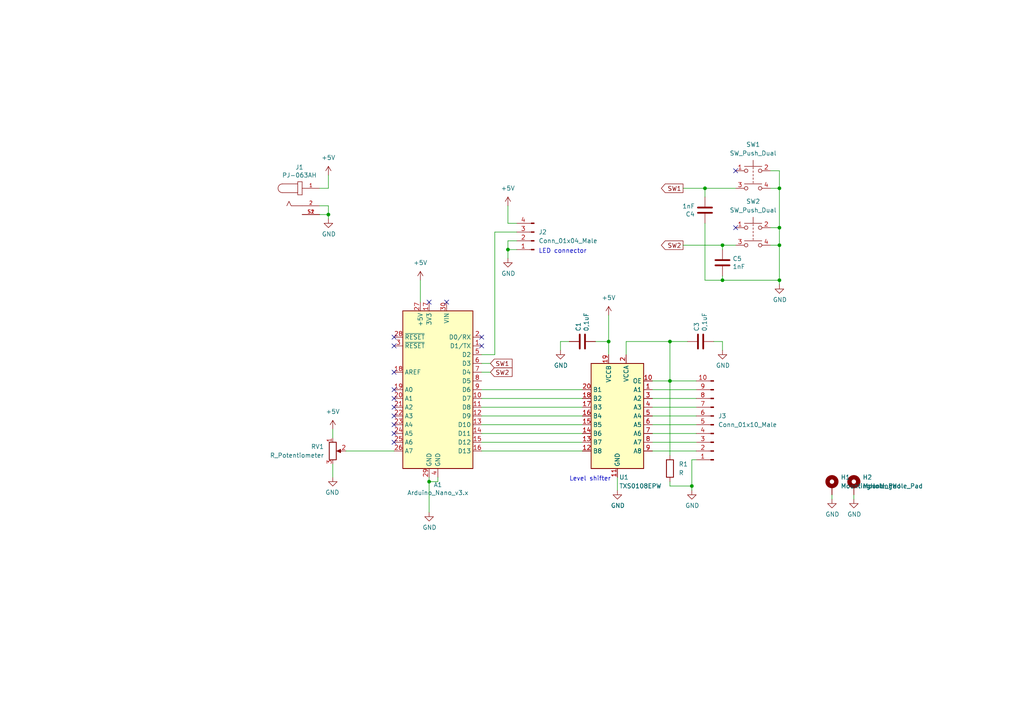
<source format=kicad_sch>
(kicad_sch (version 20211123) (generator eeschema)

  (uuid 67f6e996-3c99-493c-8f6f-e739e2ed5d7a)

  (paper "A4")

  (title_block
    (title "Arduino Mini Breakout")
    (date "2018-11-23")
  )

  (lib_symbols
    (symbol "Connector:Conn_01x04_Male" (pin_names (offset 1.016) hide) (in_bom yes) (on_board yes)
      (property "Reference" "J" (id 0) (at 0 5.08 0)
        (effects (font (size 1.27 1.27)))
      )
      (property "Value" "Conn_01x04_Male" (id 1) (at 0 -7.62 0)
        (effects (font (size 1.27 1.27)))
      )
      (property "Footprint" "" (id 2) (at 0 0 0)
        (effects (font (size 1.27 1.27)) hide)
      )
      (property "Datasheet" "~" (id 3) (at 0 0 0)
        (effects (font (size 1.27 1.27)) hide)
      )
      (property "ki_keywords" "connector" (id 4) (at 0 0 0)
        (effects (font (size 1.27 1.27)) hide)
      )
      (property "ki_description" "Generic connector, single row, 01x04, script generated (kicad-library-utils/schlib/autogen/connector/)" (id 5) (at 0 0 0)
        (effects (font (size 1.27 1.27)) hide)
      )
      (property "ki_fp_filters" "Connector*:*_1x??_*" (id 6) (at 0 0 0)
        (effects (font (size 1.27 1.27)) hide)
      )
      (symbol "Conn_01x04_Male_1_1"
        (polyline
          (pts
            (xy 1.27 -5.08)
            (xy 0.8636 -5.08)
          )
          (stroke (width 0.1524) (type default) (color 0 0 0 0))
          (fill (type none))
        )
        (polyline
          (pts
            (xy 1.27 -2.54)
            (xy 0.8636 -2.54)
          )
          (stroke (width 0.1524) (type default) (color 0 0 0 0))
          (fill (type none))
        )
        (polyline
          (pts
            (xy 1.27 0)
            (xy 0.8636 0)
          )
          (stroke (width 0.1524) (type default) (color 0 0 0 0))
          (fill (type none))
        )
        (polyline
          (pts
            (xy 1.27 2.54)
            (xy 0.8636 2.54)
          )
          (stroke (width 0.1524) (type default) (color 0 0 0 0))
          (fill (type none))
        )
        (rectangle (start 0.8636 -4.953) (end 0 -5.207)
          (stroke (width 0.1524) (type default) (color 0 0 0 0))
          (fill (type outline))
        )
        (rectangle (start 0.8636 -2.413) (end 0 -2.667)
          (stroke (width 0.1524) (type default) (color 0 0 0 0))
          (fill (type outline))
        )
        (rectangle (start 0.8636 0.127) (end 0 -0.127)
          (stroke (width 0.1524) (type default) (color 0 0 0 0))
          (fill (type outline))
        )
        (rectangle (start 0.8636 2.667) (end 0 2.413)
          (stroke (width 0.1524) (type default) (color 0 0 0 0))
          (fill (type outline))
        )
        (pin passive line (at 5.08 2.54 180) (length 3.81)
          (name "Pin_1" (effects (font (size 1.27 1.27))))
          (number "1" (effects (font (size 1.27 1.27))))
        )
        (pin passive line (at 5.08 0 180) (length 3.81)
          (name "Pin_2" (effects (font (size 1.27 1.27))))
          (number "2" (effects (font (size 1.27 1.27))))
        )
        (pin passive line (at 5.08 -2.54 180) (length 3.81)
          (name "Pin_3" (effects (font (size 1.27 1.27))))
          (number "3" (effects (font (size 1.27 1.27))))
        )
        (pin passive line (at 5.08 -5.08 180) (length 3.81)
          (name "Pin_4" (effects (font (size 1.27 1.27))))
          (number "4" (effects (font (size 1.27 1.27))))
        )
      )
    )
    (symbol "Connector:Conn_01x10_Male" (pin_names (offset 1.016) hide) (in_bom yes) (on_board yes)
      (property "Reference" "J" (id 0) (at 0 12.7 0)
        (effects (font (size 1.27 1.27)))
      )
      (property "Value" "Conn_01x10_Male" (id 1) (at 0 -15.24 0)
        (effects (font (size 1.27 1.27)))
      )
      (property "Footprint" "" (id 2) (at 0 0 0)
        (effects (font (size 1.27 1.27)) hide)
      )
      (property "Datasheet" "~" (id 3) (at 0 0 0)
        (effects (font (size 1.27 1.27)) hide)
      )
      (property "ki_keywords" "connector" (id 4) (at 0 0 0)
        (effects (font (size 1.27 1.27)) hide)
      )
      (property "ki_description" "Generic connector, single row, 01x10, script generated (kicad-library-utils/schlib/autogen/connector/)" (id 5) (at 0 0 0)
        (effects (font (size 1.27 1.27)) hide)
      )
      (property "ki_fp_filters" "Connector*:*_1x??_*" (id 6) (at 0 0 0)
        (effects (font (size 1.27 1.27)) hide)
      )
      (symbol "Conn_01x10_Male_1_1"
        (polyline
          (pts
            (xy 1.27 -12.7)
            (xy 0.8636 -12.7)
          )
          (stroke (width 0.1524) (type default) (color 0 0 0 0))
          (fill (type none))
        )
        (polyline
          (pts
            (xy 1.27 -10.16)
            (xy 0.8636 -10.16)
          )
          (stroke (width 0.1524) (type default) (color 0 0 0 0))
          (fill (type none))
        )
        (polyline
          (pts
            (xy 1.27 -7.62)
            (xy 0.8636 -7.62)
          )
          (stroke (width 0.1524) (type default) (color 0 0 0 0))
          (fill (type none))
        )
        (polyline
          (pts
            (xy 1.27 -5.08)
            (xy 0.8636 -5.08)
          )
          (stroke (width 0.1524) (type default) (color 0 0 0 0))
          (fill (type none))
        )
        (polyline
          (pts
            (xy 1.27 -2.54)
            (xy 0.8636 -2.54)
          )
          (stroke (width 0.1524) (type default) (color 0 0 0 0))
          (fill (type none))
        )
        (polyline
          (pts
            (xy 1.27 0)
            (xy 0.8636 0)
          )
          (stroke (width 0.1524) (type default) (color 0 0 0 0))
          (fill (type none))
        )
        (polyline
          (pts
            (xy 1.27 2.54)
            (xy 0.8636 2.54)
          )
          (stroke (width 0.1524) (type default) (color 0 0 0 0))
          (fill (type none))
        )
        (polyline
          (pts
            (xy 1.27 5.08)
            (xy 0.8636 5.08)
          )
          (stroke (width 0.1524) (type default) (color 0 0 0 0))
          (fill (type none))
        )
        (polyline
          (pts
            (xy 1.27 7.62)
            (xy 0.8636 7.62)
          )
          (stroke (width 0.1524) (type default) (color 0 0 0 0))
          (fill (type none))
        )
        (polyline
          (pts
            (xy 1.27 10.16)
            (xy 0.8636 10.16)
          )
          (stroke (width 0.1524) (type default) (color 0 0 0 0))
          (fill (type none))
        )
        (rectangle (start 0.8636 -12.573) (end 0 -12.827)
          (stroke (width 0.1524) (type default) (color 0 0 0 0))
          (fill (type outline))
        )
        (rectangle (start 0.8636 -10.033) (end 0 -10.287)
          (stroke (width 0.1524) (type default) (color 0 0 0 0))
          (fill (type outline))
        )
        (rectangle (start 0.8636 -7.493) (end 0 -7.747)
          (stroke (width 0.1524) (type default) (color 0 0 0 0))
          (fill (type outline))
        )
        (rectangle (start 0.8636 -4.953) (end 0 -5.207)
          (stroke (width 0.1524) (type default) (color 0 0 0 0))
          (fill (type outline))
        )
        (rectangle (start 0.8636 -2.413) (end 0 -2.667)
          (stroke (width 0.1524) (type default) (color 0 0 0 0))
          (fill (type outline))
        )
        (rectangle (start 0.8636 0.127) (end 0 -0.127)
          (stroke (width 0.1524) (type default) (color 0 0 0 0))
          (fill (type outline))
        )
        (rectangle (start 0.8636 2.667) (end 0 2.413)
          (stroke (width 0.1524) (type default) (color 0 0 0 0))
          (fill (type outline))
        )
        (rectangle (start 0.8636 5.207) (end 0 4.953)
          (stroke (width 0.1524) (type default) (color 0 0 0 0))
          (fill (type outline))
        )
        (rectangle (start 0.8636 7.747) (end 0 7.493)
          (stroke (width 0.1524) (type default) (color 0 0 0 0))
          (fill (type outline))
        )
        (rectangle (start 0.8636 10.287) (end 0 10.033)
          (stroke (width 0.1524) (type default) (color 0 0 0 0))
          (fill (type outline))
        )
        (pin passive line (at 5.08 10.16 180) (length 3.81)
          (name "Pin_1" (effects (font (size 1.27 1.27))))
          (number "1" (effects (font (size 1.27 1.27))))
        )
        (pin passive line (at 5.08 -12.7 180) (length 3.81)
          (name "Pin_10" (effects (font (size 1.27 1.27))))
          (number "10" (effects (font (size 1.27 1.27))))
        )
        (pin passive line (at 5.08 7.62 180) (length 3.81)
          (name "Pin_2" (effects (font (size 1.27 1.27))))
          (number "2" (effects (font (size 1.27 1.27))))
        )
        (pin passive line (at 5.08 5.08 180) (length 3.81)
          (name "Pin_3" (effects (font (size 1.27 1.27))))
          (number "3" (effects (font (size 1.27 1.27))))
        )
        (pin passive line (at 5.08 2.54 180) (length 3.81)
          (name "Pin_4" (effects (font (size 1.27 1.27))))
          (number "4" (effects (font (size 1.27 1.27))))
        )
        (pin passive line (at 5.08 0 180) (length 3.81)
          (name "Pin_5" (effects (font (size 1.27 1.27))))
          (number "5" (effects (font (size 1.27 1.27))))
        )
        (pin passive line (at 5.08 -2.54 180) (length 3.81)
          (name "Pin_6" (effects (font (size 1.27 1.27))))
          (number "6" (effects (font (size 1.27 1.27))))
        )
        (pin passive line (at 5.08 -5.08 180) (length 3.81)
          (name "Pin_7" (effects (font (size 1.27 1.27))))
          (number "7" (effects (font (size 1.27 1.27))))
        )
        (pin passive line (at 5.08 -7.62 180) (length 3.81)
          (name "Pin_8" (effects (font (size 1.27 1.27))))
          (number "8" (effects (font (size 1.27 1.27))))
        )
        (pin passive line (at 5.08 -10.16 180) (length 3.81)
          (name "Pin_9" (effects (font (size 1.27 1.27))))
          (number "9" (effects (font (size 1.27 1.27))))
        )
      )
    )
    (symbol "Device:C" (pin_numbers hide) (pin_names (offset 0.254)) (in_bom yes) (on_board yes)
      (property "Reference" "C" (id 0) (at 0.635 2.54 0)
        (effects (font (size 1.27 1.27)) (justify left))
      )
      (property "Value" "C" (id 1) (at 0.635 -2.54 0)
        (effects (font (size 1.27 1.27)) (justify left))
      )
      (property "Footprint" "" (id 2) (at 0.9652 -3.81 0)
        (effects (font (size 1.27 1.27)) hide)
      )
      (property "Datasheet" "~" (id 3) (at 0 0 0)
        (effects (font (size 1.27 1.27)) hide)
      )
      (property "ki_keywords" "cap capacitor" (id 4) (at 0 0 0)
        (effects (font (size 1.27 1.27)) hide)
      )
      (property "ki_description" "Unpolarized capacitor" (id 5) (at 0 0 0)
        (effects (font (size 1.27 1.27)) hide)
      )
      (property "ki_fp_filters" "C_*" (id 6) (at 0 0 0)
        (effects (font (size 1.27 1.27)) hide)
      )
      (symbol "C_0_1"
        (polyline
          (pts
            (xy -2.032 -0.762)
            (xy 2.032 -0.762)
          )
          (stroke (width 0.508) (type default) (color 0 0 0 0))
          (fill (type none))
        )
        (polyline
          (pts
            (xy -2.032 0.762)
            (xy 2.032 0.762)
          )
          (stroke (width 0.508) (type default) (color 0 0 0 0))
          (fill (type none))
        )
      )
      (symbol "C_1_1"
        (pin passive line (at 0 3.81 270) (length 2.794)
          (name "~" (effects (font (size 1.27 1.27))))
          (number "1" (effects (font (size 1.27 1.27))))
        )
        (pin passive line (at 0 -3.81 90) (length 2.794)
          (name "~" (effects (font (size 1.27 1.27))))
          (number "2" (effects (font (size 1.27 1.27))))
        )
      )
    )
    (symbol "Device:R" (pin_numbers hide) (pin_names (offset 0)) (in_bom yes) (on_board yes)
      (property "Reference" "R" (id 0) (at 2.032 0 90)
        (effects (font (size 1.27 1.27)))
      )
      (property "Value" "R" (id 1) (at 0 0 90)
        (effects (font (size 1.27 1.27)))
      )
      (property "Footprint" "" (id 2) (at -1.778 0 90)
        (effects (font (size 1.27 1.27)) hide)
      )
      (property "Datasheet" "~" (id 3) (at 0 0 0)
        (effects (font (size 1.27 1.27)) hide)
      )
      (property "ki_keywords" "R res resistor" (id 4) (at 0 0 0)
        (effects (font (size 1.27 1.27)) hide)
      )
      (property "ki_description" "Resistor" (id 5) (at 0 0 0)
        (effects (font (size 1.27 1.27)) hide)
      )
      (property "ki_fp_filters" "R_*" (id 6) (at 0 0 0)
        (effects (font (size 1.27 1.27)) hide)
      )
      (symbol "R_0_1"
        (rectangle (start -1.016 -2.54) (end 1.016 2.54)
          (stroke (width 0.254) (type default) (color 0 0 0 0))
          (fill (type none))
        )
      )
      (symbol "R_1_1"
        (pin passive line (at 0 3.81 270) (length 1.27)
          (name "~" (effects (font (size 1.27 1.27))))
          (number "1" (effects (font (size 1.27 1.27))))
        )
        (pin passive line (at 0 -3.81 90) (length 1.27)
          (name "~" (effects (font (size 1.27 1.27))))
          (number "2" (effects (font (size 1.27 1.27))))
        )
      )
    )
    (symbol "Device:R_Potentiometer" (pin_names (offset 1.016) hide) (in_bom yes) (on_board yes)
      (property "Reference" "RV" (id 0) (at -4.445 0 90)
        (effects (font (size 1.27 1.27)))
      )
      (property "Value" "R_Potentiometer" (id 1) (at -2.54 0 90)
        (effects (font (size 1.27 1.27)))
      )
      (property "Footprint" "" (id 2) (at 0 0 0)
        (effects (font (size 1.27 1.27)) hide)
      )
      (property "Datasheet" "~" (id 3) (at 0 0 0)
        (effects (font (size 1.27 1.27)) hide)
      )
      (property "ki_keywords" "resistor variable" (id 4) (at 0 0 0)
        (effects (font (size 1.27 1.27)) hide)
      )
      (property "ki_description" "Potentiometer" (id 5) (at 0 0 0)
        (effects (font (size 1.27 1.27)) hide)
      )
      (property "ki_fp_filters" "Potentiometer*" (id 6) (at 0 0 0)
        (effects (font (size 1.27 1.27)) hide)
      )
      (symbol "R_Potentiometer_0_1"
        (polyline
          (pts
            (xy 2.54 0)
            (xy 1.524 0)
          )
          (stroke (width 0) (type default) (color 0 0 0 0))
          (fill (type none))
        )
        (polyline
          (pts
            (xy 1.143 0)
            (xy 2.286 0.508)
            (xy 2.286 -0.508)
            (xy 1.143 0)
          )
          (stroke (width 0) (type default) (color 0 0 0 0))
          (fill (type outline))
        )
        (rectangle (start 1.016 2.54) (end -1.016 -2.54)
          (stroke (width 0.254) (type default) (color 0 0 0 0))
          (fill (type none))
        )
      )
      (symbol "R_Potentiometer_1_1"
        (pin passive line (at 0 3.81 270) (length 1.27)
          (name "1" (effects (font (size 1.27 1.27))))
          (number "1" (effects (font (size 1.27 1.27))))
        )
        (pin passive line (at 3.81 0 180) (length 1.27)
          (name "2" (effects (font (size 1.27 1.27))))
          (number "2" (effects (font (size 1.27 1.27))))
        )
        (pin passive line (at 0 -3.81 90) (length 1.27)
          (name "3" (effects (font (size 1.27 1.27))))
          (number "3" (effects (font (size 1.27 1.27))))
        )
      )
    )
    (symbol "Logic_LevelTranslator:TXS0108EPW" (in_bom yes) (on_board yes)
      (property "Reference" "U" (id 0) (at -6.35 16.51 0)
        (effects (font (size 1.27 1.27)))
      )
      (property "Value" "TXS0108EPW" (id 1) (at 3.81 16.51 0)
        (effects (font (size 1.27 1.27)) (justify left))
      )
      (property "Footprint" "Package_SO:TSSOP-20_4.4x6.5mm_P0.65mm" (id 2) (at 0 -19.05 0)
        (effects (font (size 1.27 1.27)) hide)
      )
      (property "Datasheet" "www.ti.com/lit/ds/symlink/txs0108e.pdf" (id 3) (at 0 -2.54 0)
        (effects (font (size 1.27 1.27)) hide)
      )
      (property "ki_keywords" "8-bit" (id 4) (at 0 0 0)
        (effects (font (size 1.27 1.27)) hide)
      )
      (property "ki_description" "Bidirectional  level-shifting voltage translator, TSSOP-20" (id 5) (at 0 0 0)
        (effects (font (size 1.27 1.27)) hide)
      )
      (property "ki_fp_filters" "*SSOP*4.4x6.5mm*P0.65mm*" (id 6) (at 0 0 0)
        (effects (font (size 1.27 1.27)) hide)
      )
      (symbol "TXS0108EPW_0_1"
        (rectangle (start -7.62 15.24) (end 7.62 -15.24)
          (stroke (width 0.254) (type default) (color 0 0 0 0))
          (fill (type background))
        )
      )
      (symbol "TXS0108EPW_1_1"
        (pin bidirectional line (at -10.16 7.62 0) (length 2.54)
          (name "A1" (effects (font (size 1.27 1.27))))
          (number "1" (effects (font (size 1.27 1.27))))
        )
        (pin input line (at -10.16 10.16 0) (length 2.54)
          (name "OE" (effects (font (size 1.27 1.27))))
          (number "10" (effects (font (size 1.27 1.27))))
        )
        (pin power_in line (at 0 -17.78 90) (length 2.54)
          (name "GND" (effects (font (size 1.27 1.27))))
          (number "11" (effects (font (size 1.27 1.27))))
        )
        (pin bidirectional line (at 10.16 -10.16 180) (length 2.54)
          (name "B8" (effects (font (size 1.27 1.27))))
          (number "12" (effects (font (size 1.27 1.27))))
        )
        (pin bidirectional line (at 10.16 -7.62 180) (length 2.54)
          (name "B7" (effects (font (size 1.27 1.27))))
          (number "13" (effects (font (size 1.27 1.27))))
        )
        (pin bidirectional line (at 10.16 -5.08 180) (length 2.54)
          (name "B6" (effects (font (size 1.27 1.27))))
          (number "14" (effects (font (size 1.27 1.27))))
        )
        (pin bidirectional line (at 10.16 -2.54 180) (length 2.54)
          (name "B5" (effects (font (size 1.27 1.27))))
          (number "15" (effects (font (size 1.27 1.27))))
        )
        (pin bidirectional line (at 10.16 0 180) (length 2.54)
          (name "B4" (effects (font (size 1.27 1.27))))
          (number "16" (effects (font (size 1.27 1.27))))
        )
        (pin bidirectional line (at 10.16 2.54 180) (length 2.54)
          (name "B3" (effects (font (size 1.27 1.27))))
          (number "17" (effects (font (size 1.27 1.27))))
        )
        (pin bidirectional line (at 10.16 5.08 180) (length 2.54)
          (name "B2" (effects (font (size 1.27 1.27))))
          (number "18" (effects (font (size 1.27 1.27))))
        )
        (pin power_in line (at 2.54 17.78 270) (length 2.54)
          (name "VCCB" (effects (font (size 1.27 1.27))))
          (number "19" (effects (font (size 1.27 1.27))))
        )
        (pin power_in line (at -2.54 17.78 270) (length 2.54)
          (name "VCCA" (effects (font (size 1.27 1.27))))
          (number "2" (effects (font (size 1.27 1.27))))
        )
        (pin bidirectional line (at 10.16 7.62 180) (length 2.54)
          (name "B1" (effects (font (size 1.27 1.27))))
          (number "20" (effects (font (size 1.27 1.27))))
        )
        (pin bidirectional line (at -10.16 5.08 0) (length 2.54)
          (name "A2" (effects (font (size 1.27 1.27))))
          (number "3" (effects (font (size 1.27 1.27))))
        )
        (pin bidirectional line (at -10.16 2.54 0) (length 2.54)
          (name "A3" (effects (font (size 1.27 1.27))))
          (number "4" (effects (font (size 1.27 1.27))))
        )
        (pin bidirectional line (at -10.16 0 0) (length 2.54)
          (name "A4" (effects (font (size 1.27 1.27))))
          (number "5" (effects (font (size 1.27 1.27))))
        )
        (pin bidirectional line (at -10.16 -2.54 0) (length 2.54)
          (name "A5" (effects (font (size 1.27 1.27))))
          (number "6" (effects (font (size 1.27 1.27))))
        )
        (pin bidirectional line (at -10.16 -5.08 0) (length 2.54)
          (name "A6" (effects (font (size 1.27 1.27))))
          (number "7" (effects (font (size 1.27 1.27))))
        )
        (pin bidirectional line (at -10.16 -7.62 0) (length 2.54)
          (name "A7" (effects (font (size 1.27 1.27))))
          (number "8" (effects (font (size 1.27 1.27))))
        )
        (pin bidirectional line (at -10.16 -10.16 0) (length 2.54)
          (name "A8" (effects (font (size 1.27 1.27))))
          (number "9" (effects (font (size 1.27 1.27))))
        )
      )
    )
    (symbol "MCU_Module:Arduino_Nano_v3.x" (in_bom yes) (on_board yes)
      (property "Reference" "A" (id 0) (at -10.16 23.495 0)
        (effects (font (size 1.27 1.27)) (justify left bottom))
      )
      (property "Value" "Arduino_Nano_v3.x" (id 1) (at 5.08 -24.13 0)
        (effects (font (size 1.27 1.27)) (justify left top))
      )
      (property "Footprint" "Module:Arduino_Nano" (id 2) (at 0 0 0)
        (effects (font (size 1.27 1.27) italic) hide)
      )
      (property "Datasheet" "http://www.mouser.com/pdfdocs/Gravitech_Arduino_Nano3_0.pdf" (id 3) (at 0 0 0)
        (effects (font (size 1.27 1.27)) hide)
      )
      (property "ki_keywords" "Arduino nano microcontroller module USB" (id 4) (at 0 0 0)
        (effects (font (size 1.27 1.27)) hide)
      )
      (property "ki_description" "Arduino Nano v3.x" (id 5) (at 0 0 0)
        (effects (font (size 1.27 1.27)) hide)
      )
      (property "ki_fp_filters" "Arduino*Nano*" (id 6) (at 0 0 0)
        (effects (font (size 1.27 1.27)) hide)
      )
      (symbol "Arduino_Nano_v3.x_0_1"
        (rectangle (start -10.16 22.86) (end 10.16 -22.86)
          (stroke (width 0.254) (type default) (color 0 0 0 0))
          (fill (type background))
        )
      )
      (symbol "Arduino_Nano_v3.x_1_1"
        (pin bidirectional line (at -12.7 12.7 0) (length 2.54)
          (name "D1/TX" (effects (font (size 1.27 1.27))))
          (number "1" (effects (font (size 1.27 1.27))))
        )
        (pin bidirectional line (at -12.7 -2.54 0) (length 2.54)
          (name "D7" (effects (font (size 1.27 1.27))))
          (number "10" (effects (font (size 1.27 1.27))))
        )
        (pin bidirectional line (at -12.7 -5.08 0) (length 2.54)
          (name "D8" (effects (font (size 1.27 1.27))))
          (number "11" (effects (font (size 1.27 1.27))))
        )
        (pin bidirectional line (at -12.7 -7.62 0) (length 2.54)
          (name "D9" (effects (font (size 1.27 1.27))))
          (number "12" (effects (font (size 1.27 1.27))))
        )
        (pin bidirectional line (at -12.7 -10.16 0) (length 2.54)
          (name "D10" (effects (font (size 1.27 1.27))))
          (number "13" (effects (font (size 1.27 1.27))))
        )
        (pin bidirectional line (at -12.7 -12.7 0) (length 2.54)
          (name "D11" (effects (font (size 1.27 1.27))))
          (number "14" (effects (font (size 1.27 1.27))))
        )
        (pin bidirectional line (at -12.7 -15.24 0) (length 2.54)
          (name "D12" (effects (font (size 1.27 1.27))))
          (number "15" (effects (font (size 1.27 1.27))))
        )
        (pin bidirectional line (at -12.7 -17.78 0) (length 2.54)
          (name "D13" (effects (font (size 1.27 1.27))))
          (number "16" (effects (font (size 1.27 1.27))))
        )
        (pin power_out line (at 2.54 25.4 270) (length 2.54)
          (name "3V3" (effects (font (size 1.27 1.27))))
          (number "17" (effects (font (size 1.27 1.27))))
        )
        (pin input line (at 12.7 5.08 180) (length 2.54)
          (name "AREF" (effects (font (size 1.27 1.27))))
          (number "18" (effects (font (size 1.27 1.27))))
        )
        (pin bidirectional line (at 12.7 0 180) (length 2.54)
          (name "A0" (effects (font (size 1.27 1.27))))
          (number "19" (effects (font (size 1.27 1.27))))
        )
        (pin bidirectional line (at -12.7 15.24 0) (length 2.54)
          (name "D0/RX" (effects (font (size 1.27 1.27))))
          (number "2" (effects (font (size 1.27 1.27))))
        )
        (pin bidirectional line (at 12.7 -2.54 180) (length 2.54)
          (name "A1" (effects (font (size 1.27 1.27))))
          (number "20" (effects (font (size 1.27 1.27))))
        )
        (pin bidirectional line (at 12.7 -5.08 180) (length 2.54)
          (name "A2" (effects (font (size 1.27 1.27))))
          (number "21" (effects (font (size 1.27 1.27))))
        )
        (pin bidirectional line (at 12.7 -7.62 180) (length 2.54)
          (name "A3" (effects (font (size 1.27 1.27))))
          (number "22" (effects (font (size 1.27 1.27))))
        )
        (pin bidirectional line (at 12.7 -10.16 180) (length 2.54)
          (name "A4" (effects (font (size 1.27 1.27))))
          (number "23" (effects (font (size 1.27 1.27))))
        )
        (pin bidirectional line (at 12.7 -12.7 180) (length 2.54)
          (name "A5" (effects (font (size 1.27 1.27))))
          (number "24" (effects (font (size 1.27 1.27))))
        )
        (pin bidirectional line (at 12.7 -15.24 180) (length 2.54)
          (name "A6" (effects (font (size 1.27 1.27))))
          (number "25" (effects (font (size 1.27 1.27))))
        )
        (pin bidirectional line (at 12.7 -17.78 180) (length 2.54)
          (name "A7" (effects (font (size 1.27 1.27))))
          (number "26" (effects (font (size 1.27 1.27))))
        )
        (pin power_out line (at 5.08 25.4 270) (length 2.54)
          (name "+5V" (effects (font (size 1.27 1.27))))
          (number "27" (effects (font (size 1.27 1.27))))
        )
        (pin input line (at 12.7 15.24 180) (length 2.54)
          (name "~{RESET}" (effects (font (size 1.27 1.27))))
          (number "28" (effects (font (size 1.27 1.27))))
        )
        (pin power_in line (at 2.54 -25.4 90) (length 2.54)
          (name "GND" (effects (font (size 1.27 1.27))))
          (number "29" (effects (font (size 1.27 1.27))))
        )
        (pin input line (at 12.7 12.7 180) (length 2.54)
          (name "~{RESET}" (effects (font (size 1.27 1.27))))
          (number "3" (effects (font (size 1.27 1.27))))
        )
        (pin power_in line (at -2.54 25.4 270) (length 2.54)
          (name "VIN" (effects (font (size 1.27 1.27))))
          (number "30" (effects (font (size 1.27 1.27))))
        )
        (pin power_in line (at 0 -25.4 90) (length 2.54)
          (name "GND" (effects (font (size 1.27 1.27))))
          (number "4" (effects (font (size 1.27 1.27))))
        )
        (pin bidirectional line (at -12.7 10.16 0) (length 2.54)
          (name "D2" (effects (font (size 1.27 1.27))))
          (number "5" (effects (font (size 1.27 1.27))))
        )
        (pin bidirectional line (at -12.7 7.62 0) (length 2.54)
          (name "D3" (effects (font (size 1.27 1.27))))
          (number "6" (effects (font (size 1.27 1.27))))
        )
        (pin bidirectional line (at -12.7 5.08 0) (length 2.54)
          (name "D4" (effects (font (size 1.27 1.27))))
          (number "7" (effects (font (size 1.27 1.27))))
        )
        (pin bidirectional line (at -12.7 2.54 0) (length 2.54)
          (name "D5" (effects (font (size 1.27 1.27))))
          (number "8" (effects (font (size 1.27 1.27))))
        )
        (pin bidirectional line (at -12.7 0 0) (length 2.54)
          (name "D6" (effects (font (size 1.27 1.27))))
          (number "9" (effects (font (size 1.27 1.27))))
        )
      )
    )
    (symbol "Mechanical:MountingHole_Pad" (pin_numbers hide) (pin_names (offset 1.016) hide) (in_bom yes) (on_board yes)
      (property "Reference" "H" (id 0) (at 0 6.35 0)
        (effects (font (size 1.27 1.27)))
      )
      (property "Value" "MountingHole_Pad" (id 1) (at 0 4.445 0)
        (effects (font (size 1.27 1.27)))
      )
      (property "Footprint" "" (id 2) (at 0 0 0)
        (effects (font (size 1.27 1.27)) hide)
      )
      (property "Datasheet" "~" (id 3) (at 0 0 0)
        (effects (font (size 1.27 1.27)) hide)
      )
      (property "ki_keywords" "mounting hole" (id 4) (at 0 0 0)
        (effects (font (size 1.27 1.27)) hide)
      )
      (property "ki_description" "Mounting Hole with connection" (id 5) (at 0 0 0)
        (effects (font (size 1.27 1.27)) hide)
      )
      (property "ki_fp_filters" "MountingHole*Pad*" (id 6) (at 0 0 0)
        (effects (font (size 1.27 1.27)) hide)
      )
      (symbol "MountingHole_Pad_0_1"
        (circle (center 0 1.27) (radius 1.27)
          (stroke (width 1.27) (type default) (color 0 0 0 0))
          (fill (type none))
        )
      )
      (symbol "MountingHole_Pad_1_1"
        (pin input line (at 0 -2.54 90) (length 2.54)
          (name "1" (effects (font (size 1.27 1.27))))
          (number "1" (effects (font (size 1.27 1.27))))
        )
      )
    )
    (symbol "SS_connectors:PJ-063AH" (pin_names (offset 1.016) hide) (in_bom yes) (on_board yes)
      (property "Reference" "J" (id 0) (at -7.62 5.08 0)
        (effects (font (size 1.27 1.27)) (justify left bottom))
      )
      (property "Value" "SS_connectors_PJ-063AH" (id 1) (at -7.62 -10.1854 0)
        (effects (font (size 1.27 1.27)) (justify left bottom))
      )
      (property "Footprint" "CUI_PJ-063AH" (id 2) (at 0 0 0)
        (effects (font (size 1.27 1.27)) (justify left bottom) hide)
      )
      (property "Datasheet" "Manufacturer recommendations" (id 3) (at 0 0 0)
        (effects (font (size 1.27 1.27)) (justify left bottom) hide)
      )
      (property "Field4" "CUI INC" (id 4) (at 0 0 0)
        (effects (font (size 1.27 1.27)) (justify left bottom) hide)
      )
      (property "Field5" "1.02" (id 5) (at 0 0 0)
        (effects (font (size 1.27 1.27)) (justify left bottom) hide)
      )
      (property "ki_locked" "" (id 6) (at 0 0 0)
        (effects (font (size 1.27 1.27)))
      )
      (symbol "PJ-063AH_0_0"
        (arc (start -5.715 3.81) (mid -6.985 2.54) (end -5.715 1.27)
          (stroke (width 0.1524) (type default) (color 0 0 0 0))
          (fill (type none))
        )
        (polyline
          (pts
            (xy -5.715 3.81)
            (xy -1.27 3.81)
          )
          (stroke (width 0.1524) (type default) (color 0 0 0 0))
          (fill (type none))
        )
        (polyline
          (pts
            (xy -3.81 -1.27)
            (xy -4.445 -2.54)
          )
          (stroke (width 0.1524) (type default) (color 0 0 0 0))
          (fill (type none))
        )
        (polyline
          (pts
            (xy -3.175 -2.54)
            (xy -3.81 -1.27)
          )
          (stroke (width 0.1524) (type default) (color 0 0 0 0))
          (fill (type none))
        )
        (polyline
          (pts
            (xy -1.27 0.635)
            (xy 0 0.635)
          )
          (stroke (width 0.1524) (type default) (color 0 0 0 0))
          (fill (type none))
        )
        (polyline
          (pts
            (xy -1.27 1.27)
            (xy -5.715 1.27)
          )
          (stroke (width 0.1524) (type default) (color 0 0 0 0))
          (fill (type none))
        )
        (polyline
          (pts
            (xy -1.27 1.27)
            (xy -1.27 0.635)
          )
          (stroke (width 0.1524) (type default) (color 0 0 0 0))
          (fill (type none))
        )
        (polyline
          (pts
            (xy -1.27 3.81)
            (xy -1.27 1.27)
          )
          (stroke (width 0.1524) (type default) (color 0 0 0 0))
          (fill (type none))
        )
        (polyline
          (pts
            (xy -1.27 4.445)
            (xy -1.27 3.81)
          )
          (stroke (width 0.1524) (type default) (color 0 0 0 0))
          (fill (type none))
        )
        (polyline
          (pts
            (xy 0 -2.54)
            (xy -3.175 -2.54)
          )
          (stroke (width 0.1524) (type default) (color 0 0 0 0))
          (fill (type none))
        )
        (polyline
          (pts
            (xy 0 0.635)
            (xy 0 4.445)
          )
          (stroke (width 0.1524) (type default) (color 0 0 0 0))
          (fill (type none))
        )
        (polyline
          (pts
            (xy 0 4.445)
            (xy -1.27 4.445)
          )
          (stroke (width 0.1524) (type default) (color 0 0 0 0))
          (fill (type none))
        )
        (pin passive line (at 5.08 2.54 180) (length 5.08)
          (name "1" (effects (font (size 1.016 1.016))))
          (number "1" (effects (font (size 1.016 1.016))))
        )
        (pin passive line (at 5.08 -2.54 180) (length 5.08)
          (name "2" (effects (font (size 1.016 1.016))))
          (number "2" (effects (font (size 1.016 1.016))))
        )
        (pin power_in line (at 5.08 -5.08 180) (length 5.08)
          (name "SHIELD" (effects (font (size 1.016 1.016))))
          (number "S1" (effects (font (size 1.016 1.016))))
        )
        (pin power_in line (at 5.08 -5.08 180) (length 5.08)
          (name "SHIELD" (effects (font (size 1.016 1.016))))
          (number "S2" (effects (font (size 1.016 1.016))))
        )
      )
    )
    (symbol "Switch:SW_Push_Dual" (pin_names (offset 1.016) hide) (in_bom yes) (on_board yes)
      (property "Reference" "SW" (id 0) (at 1.27 2.54 0)
        (effects (font (size 1.27 1.27)) (justify left))
      )
      (property "Value" "SW_Push_Dual" (id 1) (at 0 -6.858 0)
        (effects (font (size 1.27 1.27)))
      )
      (property "Footprint" "" (id 2) (at 0 5.08 0)
        (effects (font (size 1.27 1.27)) hide)
      )
      (property "Datasheet" "~" (id 3) (at 0 5.08 0)
        (effects (font (size 1.27 1.27)) hide)
      )
      (property "ki_keywords" "switch normally-open pushbutton push-button" (id 4) (at 0 0 0)
        (effects (font (size 1.27 1.27)) hide)
      )
      (property "ki_description" "Push button switch, generic, symbol, four pins" (id 5) (at 0 0 0)
        (effects (font (size 1.27 1.27)) hide)
      )
      (symbol "SW_Push_Dual_0_1"
        (circle (center -2.032 -5.08) (radius 0.508)
          (stroke (width 0) (type default) (color 0 0 0 0))
          (fill (type none))
        )
        (circle (center -2.032 0) (radius 0.508)
          (stroke (width 0) (type default) (color 0 0 0 0))
          (fill (type none))
        )
        (polyline
          (pts
            (xy 0 -3.048)
            (xy 0 -3.556)
          )
          (stroke (width 0) (type default) (color 0 0 0 0))
          (fill (type none))
        )
        (polyline
          (pts
            (xy 0 -2.032)
            (xy 0 -2.54)
          )
          (stroke (width 0) (type default) (color 0 0 0 0))
          (fill (type none))
        )
        (polyline
          (pts
            (xy 0 -1.524)
            (xy 0 -1.016)
          )
          (stroke (width 0) (type default) (color 0 0 0 0))
          (fill (type none))
        )
        (polyline
          (pts
            (xy 0 -0.508)
            (xy 0 0)
          )
          (stroke (width 0) (type default) (color 0 0 0 0))
          (fill (type none))
        )
        (polyline
          (pts
            (xy 0 0.508)
            (xy 0 1.016)
          )
          (stroke (width 0) (type default) (color 0 0 0 0))
          (fill (type none))
        )
        (polyline
          (pts
            (xy 0 1.27)
            (xy 0 3.048)
          )
          (stroke (width 0) (type default) (color 0 0 0 0))
          (fill (type none))
        )
        (polyline
          (pts
            (xy 2.54 -3.81)
            (xy -2.54 -3.81)
          )
          (stroke (width 0) (type default) (color 0 0 0 0))
          (fill (type none))
        )
        (polyline
          (pts
            (xy 2.54 1.27)
            (xy -2.54 1.27)
          )
          (stroke (width 0) (type default) (color 0 0 0 0))
          (fill (type none))
        )
        (circle (center 2.032 -5.08) (radius 0.508)
          (stroke (width 0) (type default) (color 0 0 0 0))
          (fill (type none))
        )
        (circle (center 2.032 0) (radius 0.508)
          (stroke (width 0) (type default) (color 0 0 0 0))
          (fill (type none))
        )
        (pin passive line (at -5.08 0 0) (length 2.54)
          (name "1" (effects (font (size 1.27 1.27))))
          (number "1" (effects (font (size 1.27 1.27))))
        )
        (pin passive line (at 5.08 0 180) (length 2.54)
          (name "2" (effects (font (size 1.27 1.27))))
          (number "2" (effects (font (size 1.27 1.27))))
        )
        (pin passive line (at -5.08 -5.08 0) (length 2.54)
          (name "3" (effects (font (size 1.27 1.27))))
          (number "3" (effects (font (size 1.27 1.27))))
        )
        (pin passive line (at 5.08 -5.08 180) (length 2.54)
          (name "4" (effects (font (size 1.27 1.27))))
          (number "4" (effects (font (size 1.27 1.27))))
        )
      )
    )
    (symbol "power:+5V" (power) (pin_names (offset 0)) (in_bom yes) (on_board yes)
      (property "Reference" "#PWR" (id 0) (at 0 -3.81 0)
        (effects (font (size 1.27 1.27)) hide)
      )
      (property "Value" "+5V" (id 1) (at 0 3.556 0)
        (effects (font (size 1.27 1.27)))
      )
      (property "Footprint" "" (id 2) (at 0 0 0)
        (effects (font (size 1.27 1.27)) hide)
      )
      (property "Datasheet" "" (id 3) (at 0 0 0)
        (effects (font (size 1.27 1.27)) hide)
      )
      (property "ki_keywords" "power-flag" (id 4) (at 0 0 0)
        (effects (font (size 1.27 1.27)) hide)
      )
      (property "ki_description" "Power symbol creates a global label with name \"+5V\"" (id 5) (at 0 0 0)
        (effects (font (size 1.27 1.27)) hide)
      )
      (symbol "+5V_0_1"
        (polyline
          (pts
            (xy -0.762 1.27)
            (xy 0 2.54)
          )
          (stroke (width 0) (type default) (color 0 0 0 0))
          (fill (type none))
        )
        (polyline
          (pts
            (xy 0 0)
            (xy 0 2.54)
          )
          (stroke (width 0) (type default) (color 0 0 0 0))
          (fill (type none))
        )
        (polyline
          (pts
            (xy 0 2.54)
            (xy 0.762 1.27)
          )
          (stroke (width 0) (type default) (color 0 0 0 0))
          (fill (type none))
        )
      )
      (symbol "+5V_1_1"
        (pin power_in line (at 0 0 90) (length 0) hide
          (name "+5V" (effects (font (size 1.27 1.27))))
          (number "1" (effects (font (size 1.27 1.27))))
        )
      )
    )
    (symbol "power:GND" (power) (pin_names (offset 0)) (in_bom yes) (on_board yes)
      (property "Reference" "#PWR" (id 0) (at 0 -6.35 0)
        (effects (font (size 1.27 1.27)) hide)
      )
      (property "Value" "GND" (id 1) (at 0 -3.81 0)
        (effects (font (size 1.27 1.27)))
      )
      (property "Footprint" "" (id 2) (at 0 0 0)
        (effects (font (size 1.27 1.27)) hide)
      )
      (property "Datasheet" "" (id 3) (at 0 0 0)
        (effects (font (size 1.27 1.27)) hide)
      )
      (property "ki_keywords" "power-flag" (id 4) (at 0 0 0)
        (effects (font (size 1.27 1.27)) hide)
      )
      (property "ki_description" "Power symbol creates a global label with name \"GND\" , ground" (id 5) (at 0 0 0)
        (effects (font (size 1.27 1.27)) hide)
      )
      (symbol "GND_0_1"
        (polyline
          (pts
            (xy 0 0)
            (xy 0 -1.27)
            (xy 1.27 -1.27)
            (xy 0 -2.54)
            (xy -1.27 -1.27)
            (xy 0 -1.27)
          )
          (stroke (width 0) (type default) (color 0 0 0 0))
          (fill (type none))
        )
      )
      (symbol "GND_1_1"
        (pin power_in line (at 0 0 270) (length 0) hide
          (name "GND" (effects (font (size 1.27 1.27))))
          (number "1" (effects (font (size 1.27 1.27))))
        )
      )
    )
  )

  (junction (at 226.06 54.61) (diameter 0) (color 0 0 0 0)
    (uuid 154c4d56-b360-402e-8f39-b7cd275d65ea)
  )
  (junction (at 194.31 99.06) (diameter 0) (color 0 0 0 0)
    (uuid 24747643-38a6-48e8-985a-e5344885ee90)
  )
  (junction (at 209.55 71.12) (diameter 0) (color 0 0 0 0)
    (uuid 2da41bf7-260d-4bf3-a1cb-90766925c703)
  )
  (junction (at 226.06 81.28) (diameter 0) (color 0 0 0 0)
    (uuid 34ff3c9f-6797-49ee-b341-73a1ab80bddc)
  )
  (junction (at 204.47 54.61) (diameter 0) (color 0 0 0 0)
    (uuid 511e7c40-5d29-41f8-b90d-f3a7282d517c)
  )
  (junction (at 226.06 71.12) (diameter 0) (color 0 0 0 0)
    (uuid 5716f9f6-9802-47a8-babd-db5217721060)
  )
  (junction (at 200.66 140.97) (diameter 0) (color 0 0 0 0)
    (uuid 6c5bad07-6597-499a-bbb1-65b5ba4a8e58)
  )
  (junction (at 176.53 99.06) (diameter 0) (color 0 0 0 0)
    (uuid 7fe904d4-c102-438a-b0b9-992b577f7e50)
  )
  (junction (at 95.25 62.23) (diameter 0) (color 0 0 0 0)
    (uuid a7a5d344-2bc2-49d7-a809-d1626d2e38ab)
  )
  (junction (at 147.32 72.39) (diameter 0) (color 0 0 0 0)
    (uuid bca423cd-4ef3-4c67-b9d0-fdb8b8bd943f)
  )
  (junction (at 124.46 139.7) (diameter 0) (color 0 0 0 0)
    (uuid c4258f20-f550-4045-8e17-656b9943a748)
  )
  (junction (at 209.55 81.28) (diameter 0) (color 0 0 0 0)
    (uuid c5be11a1-fe1e-471e-af4a-80df122dd42e)
  )
  (junction (at 194.31 110.49) (diameter 0) (color 0 0 0 0)
    (uuid d04c0262-7a15-4da1-95bc-d6dc569816b1)
  )
  (junction (at 226.06 66.04) (diameter 0) (color 0 0 0 0)
    (uuid fdf81741-7522-44ac-bd1a-9663251e9d45)
  )

  (no_connect (at 124.46 87.63) (uuid 08a88053-e22f-475f-8b0d-de21b7bde30e))
  (no_connect (at 114.3 120.65) (uuid 15f667b3-92e6-4343-ad2c-174dc0a1d6f2))
  (no_connect (at 114.3 123.19) (uuid 15f667b3-92e6-4343-ad2c-174dc0a1d6f3))
  (no_connect (at 114.3 97.79) (uuid 15f667b3-92e6-4343-ad2c-174dc0a1d6f4))
  (no_connect (at 114.3 100.33) (uuid 15f667b3-92e6-4343-ad2c-174dc0a1d6f5))
  (no_connect (at 114.3 107.95) (uuid 1a1ab354-5f85-45f9-938c-9f6c4c8c3ea2))
  (no_connect (at 114.3 125.73) (uuid 1bf544e3-5940-4576-9291-2464e95c0ee2))
  (no_connect (at 129.54 87.63) (uuid 31e08896-1992-4725-96d9-9d2728bca7a3))
  (no_connect (at 114.3 128.27) (uuid 3aaee4c4-dbf7-49a5-a620-9465d8cc3ae7))
  (no_connect (at 114.3 115.57) (uuid 42713045-fffd-4b2d-ae1e-7232d705fb12))
  (no_connect (at 213.36 66.04) (uuid 64190b3d-9171-4dd7-9a1f-6fbfb06134eb))
  (no_connect (at 139.7 97.79) (uuid 6441b183-b8f2-458f-a23d-60e2b1f66dd6))
  (no_connect (at 213.36 49.53) (uuid bdbc3caf-d0b4-4904-aaca-97a75e5229d5))
  (no_connect (at 139.7 100.33) (uuid bfc0aadc-38cf-466e-a642-68fdc3138c78))
  (no_connect (at 114.3 118.11) (uuid c0515cd2-cdaa-467e-8354-0f6eadfa35c9))
  (no_connect (at 114.3 113.03) (uuid cad2873e-719f-4144-9660-5fc414d59799))

  (wire (pts (xy 143.51 102.87) (xy 139.7 102.87))
    (stroke (width 0) (type default) (color 0 0 0 0))
    (uuid 02879dbe-eeb5-4a9a-a50e-ab49eebaa379)
  )
  (wire (pts (xy 209.55 81.28) (xy 209.55 80.01))
    (stroke (width 0) (type default) (color 0 0 0 0))
    (uuid 02e2ef37-ae56-49f3-bd6d-b45ba68c5ebc)
  )
  (wire (pts (xy 176.53 99.06) (xy 176.53 102.87))
    (stroke (width 0) (type default) (color 0 0 0 0))
    (uuid 04c984c0-5db4-4c42-ae4b-5e5204de7a74)
  )
  (wire (pts (xy 139.7 120.65) (xy 168.91 120.65))
    (stroke (width 0) (type default) (color 0 0 0 0))
    (uuid 04fe14c7-e597-4a14-9df2-5fe5f4ec0435)
  )
  (wire (pts (xy 223.52 66.04) (xy 226.06 66.04))
    (stroke (width 0) (type default) (color 0 0 0 0))
    (uuid 09192faf-14ef-4d9b-9a7f-8921191c03a4)
  )
  (wire (pts (xy 100.33 130.81) (xy 114.3 130.81))
    (stroke (width 0) (type default) (color 0 0 0 0))
    (uuid 117a19ad-56d8-437c-8b8d-bf91e81c41e9)
  )
  (wire (pts (xy 95.25 54.61) (xy 92.71 54.61))
    (stroke (width 0) (type default) (color 0 0 0 0))
    (uuid 1229bf56-b584-4e95-aa9a-dbe36de0722e)
  )
  (wire (pts (xy 189.23 125.73) (xy 201.93 125.73))
    (stroke (width 0) (type default) (color 0 0 0 0))
    (uuid 19c8779c-c770-4b56-93fd-ab1660106012)
  )
  (wire (pts (xy 149.86 69.85) (xy 147.32 69.85))
    (stroke (width 0) (type default) (color 0 0 0 0))
    (uuid 1a2f464f-97b9-45e5-8b0f-3cdaa27670cd)
  )
  (wire (pts (xy 147.32 69.85) (xy 147.32 72.39))
    (stroke (width 0) (type default) (color 0 0 0 0))
    (uuid 259f3bbe-b5fe-4a23-b8a5-4151f1c52b79)
  )
  (wire (pts (xy 162.56 99.06) (xy 162.56 101.6))
    (stroke (width 0) (type default) (color 0 0 0 0))
    (uuid 2830c420-5d1e-4901-90b4-3a594c6bfd38)
  )
  (wire (pts (xy 92.71 59.69) (xy 95.25 59.69))
    (stroke (width 0) (type default) (color 0 0 0 0))
    (uuid 2a3c2685-534d-4b91-8453-2d45033ddcbc)
  )
  (wire (pts (xy 204.47 81.28) (xy 209.55 81.28))
    (stroke (width 0) (type default) (color 0 0 0 0))
    (uuid 2af64ee8-30de-4abf-a7e8-4e1922146f48)
  )
  (wire (pts (xy 209.55 81.28) (xy 226.06 81.28))
    (stroke (width 0) (type default) (color 0 0 0 0))
    (uuid 3323e157-65fc-43dc-9b6d-b1470b444915)
  )
  (wire (pts (xy 213.36 71.12) (xy 209.55 71.12))
    (stroke (width 0) (type default) (color 0 0 0 0))
    (uuid 3613f331-11ea-45ad-a19e-932cce03c2d4)
  )
  (wire (pts (xy 247.65 143.51) (xy 247.65 144.78))
    (stroke (width 0) (type default) (color 0 0 0 0))
    (uuid 368344d9-8ba8-4a86-9eaf-9bd02b2c95ce)
  )
  (wire (pts (xy 226.06 71.12) (xy 226.06 81.28))
    (stroke (width 0) (type default) (color 0 0 0 0))
    (uuid 3ab00154-48f7-4b0d-b83a-3768c085b250)
  )
  (wire (pts (xy 226.06 49.53) (xy 223.52 49.53))
    (stroke (width 0) (type default) (color 0 0 0 0))
    (uuid 3fcfc8cc-c049-4a5c-b6cf-8044160d8c07)
  )
  (wire (pts (xy 149.86 64.77) (xy 147.32 64.77))
    (stroke (width 0) (type default) (color 0 0 0 0))
    (uuid 40433840-7921-4e37-8321-0809263f8f14)
  )
  (wire (pts (xy 198.12 71.12) (xy 209.55 71.12))
    (stroke (width 0) (type default) (color 0 0 0 0))
    (uuid 4119e623-40ed-47fa-a6fa-aa2281dff2d1)
  )
  (wire (pts (xy 147.32 72.39) (xy 147.32 74.93))
    (stroke (width 0) (type default) (color 0 0 0 0))
    (uuid 45a0372d-9c1c-4fa9-aab9-e92cd25047dc)
  )
  (wire (pts (xy 194.31 140.97) (xy 200.66 140.97))
    (stroke (width 0) (type default) (color 0 0 0 0))
    (uuid 46acb08a-3f09-4ee3-95d9-ba680832dc5b)
  )
  (wire (pts (xy 194.31 99.06) (xy 194.31 110.49))
    (stroke (width 0) (type default) (color 0 0 0 0))
    (uuid 46f85ca6-a340-44f7-933d-6a8e31c96d75)
  )
  (wire (pts (xy 226.06 54.61) (xy 226.06 49.53))
    (stroke (width 0) (type default) (color 0 0 0 0))
    (uuid 481d9af8-35f7-42b6-89d3-64884c0c2c36)
  )
  (wire (pts (xy 121.92 81.28) (xy 121.92 87.63))
    (stroke (width 0) (type default) (color 0 0 0 0))
    (uuid 4ac3ac3c-bbf7-482f-accd-d6bfc6b89d5a)
  )
  (wire (pts (xy 139.7 115.57) (xy 168.91 115.57))
    (stroke (width 0) (type default) (color 0 0 0 0))
    (uuid 4beafc0d-b0ab-4186-951b-fd14bb9f83b5)
  )
  (wire (pts (xy 124.46 139.7) (xy 124.46 138.43))
    (stroke (width 0) (type default) (color 0 0 0 0))
    (uuid 59390a1a-22d0-440c-b20d-876f11fbc57e)
  )
  (wire (pts (xy 226.06 66.04) (xy 226.06 54.61))
    (stroke (width 0) (type default) (color 0 0 0 0))
    (uuid 5a3a5212-c299-408d-be14-800d96588359)
  )
  (wire (pts (xy 207.01 99.06) (xy 209.55 99.06))
    (stroke (width 0) (type default) (color 0 0 0 0))
    (uuid 5c9d4f00-4cd0-4ee4-9cc5-87c9ef812b4d)
  )
  (wire (pts (xy 95.25 62.23) (xy 95.25 63.5))
    (stroke (width 0) (type default) (color 0 0 0 0))
    (uuid 5e4c810f-39af-4262-907a-b5343f4b63d5)
  )
  (wire (pts (xy 204.47 64.77) (xy 204.47 81.28))
    (stroke (width 0) (type default) (color 0 0 0 0))
    (uuid 642487fc-4e8a-40fb-8438-94a085b90ab1)
  )
  (wire (pts (xy 139.7 118.11) (xy 168.91 118.11))
    (stroke (width 0) (type default) (color 0 0 0 0))
    (uuid 65edd2a5-bf5c-4d06-8f6d-51684785bd71)
  )
  (wire (pts (xy 194.31 99.06) (xy 199.39 99.06))
    (stroke (width 0) (type default) (color 0 0 0 0))
    (uuid 66a97855-f10f-4d76-b3e2-6dce8a921d2b)
  )
  (wire (pts (xy 198.12 54.61) (xy 204.47 54.61))
    (stroke (width 0) (type default) (color 0 0 0 0))
    (uuid 6aeb2690-fe53-43d6-88ca-adfe7a09db74)
  )
  (wire (pts (xy 226.06 71.12) (xy 226.06 66.04))
    (stroke (width 0) (type default) (color 0 0 0 0))
    (uuid 6f394f40-96d0-4d1b-bcae-5c6d57da69fa)
  )
  (wire (pts (xy 139.7 113.03) (xy 168.91 113.03))
    (stroke (width 0) (type default) (color 0 0 0 0))
    (uuid 74d268c9-25be-4958-a09c-af7914daec91)
  )
  (wire (pts (xy 95.25 50.8) (xy 95.25 54.61))
    (stroke (width 0) (type default) (color 0 0 0 0))
    (uuid 75246adc-07c9-4c81-a76a-0ede966f2940)
  )
  (wire (pts (xy 223.52 71.12) (xy 226.06 71.12))
    (stroke (width 0) (type default) (color 0 0 0 0))
    (uuid 758334ed-4423-4fe6-9dbe-944294882c06)
  )
  (wire (pts (xy 189.23 128.27) (xy 201.93 128.27))
    (stroke (width 0) (type default) (color 0 0 0 0))
    (uuid 83070e0f-64a9-44e6-8b55-d4514e8489a2)
  )
  (wire (pts (xy 194.31 110.49) (xy 201.93 110.49))
    (stroke (width 0) (type default) (color 0 0 0 0))
    (uuid 83148907-5a21-4057-a9cd-64b628e6f288)
  )
  (wire (pts (xy 179.07 138.43) (xy 179.07 142.24))
    (stroke (width 0) (type default) (color 0 0 0 0))
    (uuid 87d36f32-7889-4541-b24f-598053c7ce5d)
  )
  (wire (pts (xy 189.23 115.57) (xy 201.93 115.57))
    (stroke (width 0) (type default) (color 0 0 0 0))
    (uuid 8823b984-a966-44e5-98f1-65e40918b6c9)
  )
  (wire (pts (xy 226.06 81.28) (xy 226.06 82.55))
    (stroke (width 0) (type default) (color 0 0 0 0))
    (uuid 88b81b30-70c7-4297-94ed-613f7caf1abd)
  )
  (wire (pts (xy 201.93 133.35) (xy 200.66 133.35))
    (stroke (width 0) (type default) (color 0 0 0 0))
    (uuid 8a6d2598-977b-4468-8d33-c8140cfa76cd)
  )
  (wire (pts (xy 124.46 139.7) (xy 124.46 148.59))
    (stroke (width 0) (type default) (color 0 0 0 0))
    (uuid 8c109c3d-93c9-404b-9345-0aa37e8f5570)
  )
  (wire (pts (xy 95.25 59.69) (xy 95.25 62.23))
    (stroke (width 0) (type default) (color 0 0 0 0))
    (uuid 8e06ba1f-e3ba-4eb9-a10e-887dffd566d6)
  )
  (wire (pts (xy 204.47 54.61) (xy 213.36 54.61))
    (stroke (width 0) (type default) (color 0 0 0 0))
    (uuid 9455c4a0-ae5a-4a8f-8bc4-a847ea257156)
  )
  (wire (pts (xy 189.23 123.19) (xy 201.93 123.19))
    (stroke (width 0) (type default) (color 0 0 0 0))
    (uuid 94c0955f-72f7-43fb-95c6-8d1bcdfd8adb)
  )
  (wire (pts (xy 139.7 107.95) (xy 142.24 107.95))
    (stroke (width 0) (type default) (color 0 0 0 0))
    (uuid 94def480-d50f-4c0f-826d-7d4ce71c9c4e)
  )
  (wire (pts (xy 92.71 62.23) (xy 95.25 62.23))
    (stroke (width 0) (type default) (color 0 0 0 0))
    (uuid 96eb079e-1047-4698-a201-fdc33d3ad216)
  )
  (wire (pts (xy 181.61 99.06) (xy 194.31 99.06))
    (stroke (width 0) (type default) (color 0 0 0 0))
    (uuid 9dd388ea-1cd2-4863-ae95-b94c6047298f)
  )
  (wire (pts (xy 139.7 105.41) (xy 142.24 105.41))
    (stroke (width 0) (type default) (color 0 0 0 0))
    (uuid 9e16a819-e393-4105-923b-2a2246068467)
  )
  (wire (pts (xy 194.31 110.49) (xy 194.31 132.08))
    (stroke (width 0) (type default) (color 0 0 0 0))
    (uuid a0963835-deea-41de-8aa1-391e933dcd93)
  )
  (wire (pts (xy 143.51 67.31) (xy 149.86 67.31))
    (stroke (width 0) (type default) (color 0 0 0 0))
    (uuid abce1f8a-c899-4c54-bc0a-d151dd2ea379)
  )
  (wire (pts (xy 147.32 72.39) (xy 149.86 72.39))
    (stroke (width 0) (type default) (color 0 0 0 0))
    (uuid b3b47613-de0c-4776-818a-daa1e6432be3)
  )
  (wire (pts (xy 127 138.43) (xy 127 139.7))
    (stroke (width 0) (type default) (color 0 0 0 0))
    (uuid b5352a33-563a-4ffe-a231-2e68fb54afa3)
  )
  (wire (pts (xy 176.53 91.44) (xy 176.53 99.06))
    (stroke (width 0) (type default) (color 0 0 0 0))
    (uuid b551ce5a-9472-40dd-a26b-c4a16dc699ca)
  )
  (wire (pts (xy 189.23 118.11) (xy 201.93 118.11))
    (stroke (width 0) (type default) (color 0 0 0 0))
    (uuid bb58809e-3ff3-4a6f-a3f4-66add08ddd98)
  )
  (wire (pts (xy 204.47 54.61) (xy 204.47 57.15))
    (stroke (width 0) (type default) (color 0 0 0 0))
    (uuid bd193a59-8018-4194-9c64-8a0de648eec5)
  )
  (wire (pts (xy 172.72 99.06) (xy 176.53 99.06))
    (stroke (width 0) (type default) (color 0 0 0 0))
    (uuid bd2b03d3-7e3b-463f-8f61-4407863a9ba9)
  )
  (wire (pts (xy 96.52 134.62) (xy 96.52 138.43))
    (stroke (width 0) (type default) (color 0 0 0 0))
    (uuid be70b235-3e04-4a6b-ad2a-399147377b6d)
  )
  (wire (pts (xy 189.23 130.81) (xy 201.93 130.81))
    (stroke (width 0) (type default) (color 0 0 0 0))
    (uuid bfbbf18a-daf0-4961-b472-eb571183beb8)
  )
  (wire (pts (xy 147.32 64.77) (xy 147.32 59.69))
    (stroke (width 0) (type default) (color 0 0 0 0))
    (uuid c2f26a15-4e55-487c-af87-4ecdfa2bf2bf)
  )
  (wire (pts (xy 139.7 128.27) (xy 168.91 128.27))
    (stroke (width 0) (type default) (color 0 0 0 0))
    (uuid c32c2d53-75ef-4371-af70-06a6dd412bcc)
  )
  (wire (pts (xy 181.61 99.06) (xy 181.61 102.87))
    (stroke (width 0) (type default) (color 0 0 0 0))
    (uuid cb89bae1-4ddd-48ef-a178-96d07e03160f)
  )
  (wire (pts (xy 200.66 133.35) (xy 200.66 140.97))
    (stroke (width 0) (type default) (color 0 0 0 0))
    (uuid cfe68cc8-b6ef-42b6-8423-8094c80f9515)
  )
  (wire (pts (xy 226.06 54.61) (xy 223.52 54.61))
    (stroke (width 0) (type default) (color 0 0 0 0))
    (uuid d343ffce-90cd-4128-9974-b924fee2942e)
  )
  (wire (pts (xy 127 139.7) (xy 124.46 139.7))
    (stroke (width 0) (type default) (color 0 0 0 0))
    (uuid d52243c6-c654-4a97-88f2-20409f04c059)
  )
  (wire (pts (xy 189.23 113.03) (xy 201.93 113.03))
    (stroke (width 0) (type default) (color 0 0 0 0))
    (uuid d79a6777-5713-496d-9f38-50f4810229ef)
  )
  (wire (pts (xy 241.3 143.51) (xy 241.3 144.78))
    (stroke (width 0) (type default) (color 0 0 0 0))
    (uuid df66fd3c-5f0f-4c96-be9a-937f6206ebd8)
  )
  (wire (pts (xy 209.55 99.06) (xy 209.55 101.6))
    (stroke (width 0) (type default) (color 0 0 0 0))
    (uuid e1d7987f-dbb2-447d-8fe0-0cf1bc80f5df)
  )
  (wire (pts (xy 189.23 120.65) (xy 201.93 120.65))
    (stroke (width 0) (type default) (color 0 0 0 0))
    (uuid e2ca96aa-8001-4edd-8c4e-fd1e844a1e6d)
  )
  (wire (pts (xy 139.7 130.81) (xy 168.91 130.81))
    (stroke (width 0) (type default) (color 0 0 0 0))
    (uuid e3fcbf5e-ef0b-42f1-a0b5-f37d0a27f3c9)
  )
  (wire (pts (xy 165.1 99.06) (xy 162.56 99.06))
    (stroke (width 0) (type default) (color 0 0 0 0))
    (uuid e614dee6-d5d6-44cf-90ff-b55b4bd47b20)
  )
  (wire (pts (xy 96.52 124.46) (xy 96.52 127))
    (stroke (width 0) (type default) (color 0 0 0 0))
    (uuid ebf6ef6e-fbf9-4761-9c7f-8233acc40bac)
  )
  (wire (pts (xy 200.66 140.97) (xy 200.66 142.24))
    (stroke (width 0) (type default) (color 0 0 0 0))
    (uuid ec94eede-ce66-4269-b308-3b1814dc61a4)
  )
  (wire (pts (xy 189.23 110.49) (xy 194.31 110.49))
    (stroke (width 0) (type default) (color 0 0 0 0))
    (uuid eed446d1-7476-4fb9-aef3-d89f9446e9b4)
  )
  (wire (pts (xy 139.7 125.73) (xy 168.91 125.73))
    (stroke (width 0) (type default) (color 0 0 0 0))
    (uuid f1960b60-73de-4c92-b6c5-7fa1993f2c9c)
  )
  (wire (pts (xy 209.55 71.12) (xy 209.55 72.39))
    (stroke (width 0) (type default) (color 0 0 0 0))
    (uuid f1c8c9c7-1bb7-42cb-929e-f0411881a459)
  )
  (wire (pts (xy 194.31 140.97) (xy 194.31 139.7))
    (stroke (width 0) (type default) (color 0 0 0 0))
    (uuid f74e888e-6f60-4366-a283-e4bd660ba31d)
  )
  (wire (pts (xy 143.51 67.31) (xy 143.51 102.87))
    (stroke (width 0) (type default) (color 0 0 0 0))
    (uuid f8dd592b-0b13-4b9c-b490-14649f3c0700)
  )
  (wire (pts (xy 139.7 123.19) (xy 168.91 123.19))
    (stroke (width 0) (type default) (color 0 0 0 0))
    (uuid f9a350f0-b8ca-4c85-b0c4-eb0366ea7894)
  )

  (text "LED connector" (at 156.21 73.66 0)
    (effects (font (size 1.27 1.27)) (justify left bottom))
    (uuid 59d867a0-867c-42db-a8de-206a630556ac)
  )
  (text "Level shifter" (at 165.1 139.7 0)
    (effects (font (size 1.27 1.27)) (justify left bottom))
    (uuid cec2c00d-b786-4841-9416-8e713ad0e1ca)
  )

  (global_label "SW2" (shape input) (at 142.24 107.95 0) (fields_autoplaced)
    (effects (font (size 1.27 1.27)) (justify left))
    (uuid 8dca82ad-0ca5-4611-81c2-c387b2cb8b79)
    (property "Intersheet References" "${INTERSHEET_REFS}" (id 0) (at 148.4347 107.8706 0)
      (effects (font (size 1.27 1.27)) (justify left) hide)
    )
  )
  (global_label "SW1" (shape output) (at 198.12 54.61 180) (fields_autoplaced)
    (effects (font (size 1.27 1.27)) (justify right))
    (uuid a4041ec0-eb82-40b5-b8d6-9d035bd392bf)
    (property "Intersheet References" "${INTERSHEET_REFS}" (id 0) (at 191.9253 54.6894 0)
      (effects (font (size 1.27 1.27)) (justify right) hide)
    )
  )
  (global_label "SW2" (shape output) (at 198.12 71.12 180) (fields_autoplaced)
    (effects (font (size 1.27 1.27)) (justify right))
    (uuid d060135e-4b32-4403-ae1a-9301174376e1)
    (property "Intersheet References" "${INTERSHEET_REFS}" (id 0) (at 191.9253 71.1994 0)
      (effects (font (size 1.27 1.27)) (justify right) hide)
    )
  )
  (global_label "SW1" (shape input) (at 142.24 105.41 0) (fields_autoplaced)
    (effects (font (size 1.27 1.27)) (justify left))
    (uuid e7bcdd68-fabf-4bbd-aa75-c1144b3be21f)
    (property "Intersheet References" "${INTERSHEET_REFS}" (id 0) (at 148.4347 105.3306 0)
      (effects (font (size 1.27 1.27)) (justify left) hide)
    )
  )

  (symbol (lib_id "MCU_Module:Arduino_Nano_v3.x") (at 127 113.03 0) (mirror y) (unit 1)
    (in_bom yes) (on_board yes)
    (uuid 00000000-0000-0000-0000-00005bf57db9)
    (property "Reference" "A1" (id 0) (at 127 140.6144 0))
    (property "Value" "Arduino_Nano_v3.x" (id 1) (at 127 142.9258 0))
    (property "Footprint" "Module:Arduino_Nano" (id 2) (at 123.19 137.16 0)
      (effects (font (size 1.27 1.27)) (justify left) hide)
    )
    (property "Datasheet" "http://www.mouser.com/pdfdocs/Gravitech_Arduino_Nano3_0.pdf" (id 3) (at 127 138.43 0)
      (effects (font (size 1.27 1.27)) hide)
    )
    (pin "1" (uuid fa4715a9-a136-4eac-a6f0-8256bf114c1f))
    (pin "10" (uuid f8dbfed0-92dd-4a9f-96bc-58cbf42df399))
    (pin "11" (uuid b1c7c227-acab-46d6-8678-d1e1e6f89526))
    (pin "12" (uuid fcf5212a-800c-4c24-a7b9-1be71e572fbf))
    (pin "13" (uuid fe25057b-5f39-4ca6-90d7-1ff85ae688cc))
    (pin "14" (uuid 7857a2c5-36d5-4091-a535-ce8b3571bf70))
    (pin "15" (uuid 5176f205-79e2-4182-8e97-0768f1fdb25f))
    (pin "16" (uuid 5235b5f7-c197-4300-95bd-85e4300c33b7))
    (pin "17" (uuid 9c30aa62-459a-4dd9-afd4-f32e97cb015e))
    (pin "18" (uuid 04021117-2590-4d6e-b258-5fe2789655e7))
    (pin "19" (uuid 5dd5d6a6-d579-41d4-8a82-eeb746411911))
    (pin "2" (uuid a838e832-9450-4f4c-90b1-97605b4fc8b3))
    (pin "20" (uuid 47699d29-1f00-4078-a7e9-6bbc479e31c9))
    (pin "21" (uuid 33e524a8-a719-4110-9ca5-64efcee25908))
    (pin "22" (uuid 74bad094-eedd-4fb2-837f-118566a4b5a0))
    (pin "23" (uuid e79214a2-52a4-44d6-8e2b-47ef01e1d5a4))
    (pin "24" (uuid d084848d-f531-4aad-b36c-5b35cc205bfe))
    (pin "25" (uuid e9763e75-4ff8-4ad5-9788-135ec2ba8dc3))
    (pin "26" (uuid 4e38608b-7628-4959-8280-107108bf3d69))
    (pin "27" (uuid e660a86f-e1b5-427f-ae03-db56509ac0c0))
    (pin "28" (uuid 556e36fa-b2c4-40ab-b012-9f8ceafd0990))
    (pin "29" (uuid 1074a35d-0c74-4f63-bcce-0798f1704da3))
    (pin "3" (uuid ad8f2c52-480a-4ea8-958e-05c3834bd076))
    (pin "30" (uuid a2ca631e-f14c-44b6-84f7-f3b237fd3f0b))
    (pin "4" (uuid 666625e6-ae61-4395-b568-96d0edabed80))
    (pin "5" (uuid 1433bfc5-bce4-4831-8d4e-f561a0eabcef))
    (pin "6" (uuid af1a24df-eae9-44e9-8294-763323b0da38))
    (pin "7" (uuid c818cf54-f22f-4a71-b0fa-f218217319ea))
    (pin "8" (uuid fd986f7f-7354-4595-aa15-7da60ed9746e))
    (pin "9" (uuid 5c61d759-b8f7-488d-b7fb-9dfaef06a354))
  )

  (symbol (lib_id "power:GND") (at 124.46 148.59 0) (unit 1)
    (in_bom yes) (on_board yes)
    (uuid 00000000-0000-0000-0000-00005bf59927)
    (property "Reference" "#PWR0101" (id 0) (at 124.46 154.94 0)
      (effects (font (size 1.27 1.27)) hide)
    )
    (property "Value" "GND" (id 1) (at 124.587 152.9842 0))
    (property "Footprint" "" (id 2) (at 124.46 148.59 0)
      (effects (font (size 1.27 1.27)) hide)
    )
    (property "Datasheet" "" (id 3) (at 124.46 148.59 0)
      (effects (font (size 1.27 1.27)) hide)
    )
    (pin "1" (uuid 4ae85c9e-205e-4e58-b0fb-720a36d4bbaa))
  )

  (symbol (lib_id "power:GND") (at 95.25 63.5 0) (unit 1)
    (in_bom yes) (on_board yes)
    (uuid 00000000-0000-0000-0000-00005bf59b46)
    (property "Reference" "#PWR0103" (id 0) (at 95.25 69.85 0)
      (effects (font (size 1.27 1.27)) hide)
    )
    (property "Value" "GND" (id 1) (at 95.377 67.8942 0))
    (property "Footprint" "" (id 2) (at 95.25 63.5 0)
      (effects (font (size 1.27 1.27)) hide)
    )
    (property "Datasheet" "" (id 3) (at 95.25 63.5 0)
      (effects (font (size 1.27 1.27)) hide)
    )
    (pin "1" (uuid 69cdc777-be00-4c5f-a5cd-d38e610ccd95))
  )

  (symbol (lib_id "SS_connectors:PJ-063AH") (at 87.63 57.15 0) (unit 1)
    (in_bom yes) (on_board yes)
    (uuid 00000000-0000-0000-0000-00005bf7fa3a)
    (property "Reference" "J1" (id 0) (at 86.8426 48.514 0))
    (property "Value" "PJ-063AH" (id 1) (at 86.8426 50.8254 0))
    (property "Footprint" "kicad-ss-libs:CUI_PJ-063AH" (id 2) (at 87.63 57.15 0)
      (effects (font (size 1.27 1.27)) (justify left bottom) hide)
    )
    (property "Datasheet" "https://www.digikey.fi/product-detail/en/cui-inc/PJ-063AH/CP-063AH-ND/2161208" (id 3) (at 87.63 57.15 0)
      (effects (font (size 1.27 1.27)) (justify left bottom) hide)
    )
    (property "Field4" "CUI INC" (id 4) (at 87.63 57.15 0)
      (effects (font (size 1.27 1.27)) (justify left bottom) hide)
    )
    (property "Field5" "1.02" (id 5) (at 87.63 57.15 0)
      (effects (font (size 1.27 1.27)) (justify left bottom) hide)
    )
    (pin "1" (uuid 9528df27-6a4f-4ccf-8854-65c7c2b96df0))
    (pin "2" (uuid 31a0ef59-bb66-4a96-80b4-db55c30d0781))
    (pin "S1" (uuid 67a889b3-039f-4b08-be8c-519e16afea35))
    (pin "S2" (uuid 8938562a-31ec-4385-ae1e-1fb582ff6563))
  )

  (symbol (lib_id "Logic_LevelTranslator:TXS0108EPW") (at 179.07 120.65 0) (mirror y) (unit 1)
    (in_bom yes) (on_board yes) (fields_autoplaced)
    (uuid 054f8e07-0141-451f-a3c4-ea786b83b680)
    (property "Reference" "U1" (id 0) (at 179.5906 138.43 0)
      (effects (font (size 1.27 1.27)) (justify right))
    )
    (property "Value" "TXS0108EPW" (id 1) (at 179.5906 140.97 0)
      (effects (font (size 1.27 1.27)) (justify right))
    )
    (property "Footprint" "Package_SO:TSSOP-20_4.4x6.5mm_P0.65mm" (id 2) (at 179.07 139.7 0)
      (effects (font (size 1.27 1.27)) hide)
    )
    (property "Datasheet" "www.ti.com/lit/ds/symlink/txs0108e.pdf" (id 3) (at 179.07 123.19 0)
      (effects (font (size 1.27 1.27)) hide)
    )
    (pin "1" (uuid 01657d30-6f8e-4bbd-a3dd-6a0742c69aca))
    (pin "10" (uuid 72729c20-0465-4f8c-be80-3c22bb337ef7))
    (pin "11" (uuid a5fcd820-f4f0-487d-8e2f-6defe7618982))
    (pin "12" (uuid bf67f245-1714-4d39-b76d-53f1523ab5f8))
    (pin "13" (uuid ccd45da3-3d73-496d-8f2e-5edf69377f63))
    (pin "14" (uuid 0a83f85d-78ad-480a-a5ba-773caced8f09))
    (pin "15" (uuid 9116f42f-8d27-4055-8fab-af8b6ed6959f))
    (pin "16" (uuid c14f4f41-991c-47f8-ba74-4a4e89170acf))
    (pin "17" (uuid 8afefa03-006b-4e40-b19e-6596c7cc472e))
    (pin "18" (uuid a6386af6-d744-458e-b19d-8fd97b5ad9f9))
    (pin "19" (uuid 01600802-66c5-45a2-be7f-4fa2327d845b))
    (pin "2" (uuid fc80fa5b-8c07-4dda-8002-331dcafd556b))
    (pin "20" (uuid 200b738a-50e9-4f57-b197-9a6a0ae11af3))
    (pin "3" (uuid 2d916084-6196-4479-adf2-d8e271fa0c32))
    (pin "4" (uuid 70cf3e26-e279-4e61-a2f5-466ff5585d49))
    (pin "5" (uuid d32a1d0f-6a8f-45b4-822f-8b613131fd8a))
    (pin "6" (uuid 8634edb8-50db-43d2-95bb-5918d2cd24cc))
    (pin "7" (uuid 6afdccaa-d9c7-4949-88e8-e04bfdac5efc))
    (pin "8" (uuid d2683b99-bb18-4d41-a0c5-df26e16e4210))
    (pin "9" (uuid f368b66f-c8a4-4ccf-b925-3f03c13bf28f))
  )

  (symbol (lib_id "power:GND") (at 179.07 142.24 0) (unit 1)
    (in_bom yes) (on_board yes)
    (uuid 09a932de-1c91-4c68-b7e2-a313cdf52b1c)
    (property "Reference" "#PWR0111" (id 0) (at 179.07 148.59 0)
      (effects (font (size 1.27 1.27)) hide)
    )
    (property "Value" "GND" (id 1) (at 179.197 146.6342 0))
    (property "Footprint" "" (id 2) (at 179.07 142.24 0)
      (effects (font (size 1.27 1.27)) hide)
    )
    (property "Datasheet" "" (id 3) (at 179.07 142.24 0)
      (effects (font (size 1.27 1.27)) hide)
    )
    (pin "1" (uuid 76610d91-facf-4235-900b-9058d28275cf))
  )

  (symbol (lib_id "power:+5V") (at 95.25 50.8 0) (unit 1)
    (in_bom yes) (on_board yes) (fields_autoplaced)
    (uuid 25f8db7e-9eef-4223-ba00-9f8c539ccde4)
    (property "Reference" "#PWR0106" (id 0) (at 95.25 54.61 0)
      (effects (font (size 1.27 1.27)) hide)
    )
    (property "Value" "+5V" (id 1) (at 95.25 45.72 0))
    (property "Footprint" "" (id 2) (at 95.25 50.8 0)
      (effects (font (size 1.27 1.27)) hide)
    )
    (property "Datasheet" "" (id 3) (at 95.25 50.8 0)
      (effects (font (size 1.27 1.27)) hide)
    )
    (pin "1" (uuid 07294096-cb49-41b4-b577-a8785f491320))
  )

  (symbol (lib_id "Mechanical:MountingHole_Pad") (at 247.65 140.97 0) (unit 1)
    (in_bom yes) (on_board yes) (fields_autoplaced)
    (uuid 28fdf8aa-88b4-4be5-898a-a7eed1ba9524)
    (property "Reference" "H2" (id 0) (at 250.19 138.4299 0)
      (effects (font (size 1.27 1.27)) (justify left))
    )
    (property "Value" "MountingHole_Pad" (id 1) (at 250.19 140.9699 0)
      (effects (font (size 1.27 1.27)) (justify left))
    )
    (property "Footprint" "MountingHole:MountingHole_4.3mm_M4_Pad" (id 2) (at 247.65 140.97 0)
      (effects (font (size 1.27 1.27)) hide)
    )
    (property "Datasheet" "~" (id 3) (at 247.65 140.97 0)
      (effects (font (size 1.27 1.27)) hide)
    )
    (pin "1" (uuid b0a9c54b-b0a8-4aab-8e34-d35b8dc0dc4e))
  )

  (symbol (lib_id "power:GND") (at 162.56 101.6 0) (unit 1)
    (in_bom yes) (on_board yes)
    (uuid 2bb7b666-48ee-4a1b-9989-569bce514b24)
    (property "Reference" "#PWR0109" (id 0) (at 162.56 107.95 0)
      (effects (font (size 1.27 1.27)) hide)
    )
    (property "Value" "GND" (id 1) (at 162.687 105.9942 0))
    (property "Footprint" "" (id 2) (at 162.56 101.6 0)
      (effects (font (size 1.27 1.27)) hide)
    )
    (property "Datasheet" "" (id 3) (at 162.56 101.6 0)
      (effects (font (size 1.27 1.27)) hide)
    )
    (pin "1" (uuid 87e10f0e-1c9b-423e-946a-a6d460eefc6e))
  )

  (symbol (lib_id "power:GND") (at 147.32 74.93 0) (unit 1)
    (in_bom yes) (on_board yes)
    (uuid 34954b0f-fb02-4ff6-9ce7-25b9223e3851)
    (property "Reference" "#PWR0104" (id 0) (at 147.32 81.28 0)
      (effects (font (size 1.27 1.27)) hide)
    )
    (property "Value" "GND" (id 1) (at 147.447 79.3242 0))
    (property "Footprint" "" (id 2) (at 147.32 74.93 0)
      (effects (font (size 1.27 1.27)) hide)
    )
    (property "Datasheet" "" (id 3) (at 147.32 74.93 0)
      (effects (font (size 1.27 1.27)) hide)
    )
    (pin "1" (uuid 31846b0e-2a22-487b-87f2-cf1bcc94a673))
  )

  (symbol (lib_id "Connector:Conn_01x04_Male") (at 154.94 69.85 180) (unit 1)
    (in_bom yes) (on_board yes) (fields_autoplaced)
    (uuid 397c563c-73db-4bf2-bcd8-9ed7a736d9a1)
    (property "Reference" "J2" (id 0) (at 156.21 67.3099 0)
      (effects (font (size 1.27 1.27)) (justify right))
    )
    (property "Value" "Conn_01x04_Male" (id 1) (at 156.21 69.8499 0)
      (effects (font (size 1.27 1.27)) (justify right))
    )
    (property "Footprint" "Connector_PinHeader_2.54mm:PinHeader_1x04_P2.54mm_Vertical" (id 2) (at 154.94 69.85 0)
      (effects (font (size 1.27 1.27)) hide)
    )
    (property "Datasheet" "~" (id 3) (at 154.94 69.85 0)
      (effects (font (size 1.27 1.27)) hide)
    )
    (pin "1" (uuid db92161d-064b-4231-941a-efc5ec146b0c))
    (pin "2" (uuid 344a0636-ce84-4a56-88e3-7a14e29c6400))
    (pin "3" (uuid af335765-6e08-48f1-91c7-7c1fbd77be52))
    (pin "4" (uuid 514d4ece-4d15-4580-b4c6-525ed1e86144))
  )

  (symbol (lib_id "power:GND") (at 209.55 101.6 0) (unit 1)
    (in_bom yes) (on_board yes)
    (uuid 3cf1e09d-abd0-44db-b881-3e79c937917f)
    (property "Reference" "#PWR0115" (id 0) (at 209.55 107.95 0)
      (effects (font (size 1.27 1.27)) hide)
    )
    (property "Value" "GND" (id 1) (at 209.677 105.9942 0))
    (property "Footprint" "" (id 2) (at 209.55 101.6 0)
      (effects (font (size 1.27 1.27)) hide)
    )
    (property "Datasheet" "" (id 3) (at 209.55 101.6 0)
      (effects (font (size 1.27 1.27)) hide)
    )
    (pin "1" (uuid 9b0510a6-428e-4892-9897-d503bbddc18c))
  )

  (symbol (lib_id "power:+5V") (at 96.52 124.46 0) (mirror y) (unit 1)
    (in_bom yes) (on_board yes) (fields_autoplaced)
    (uuid 4fb3d0e9-de3c-47fd-99c1-9fc2cffdb3ba)
    (property "Reference" "#PWR0112" (id 0) (at 96.52 128.27 0)
      (effects (font (size 1.27 1.27)) hide)
    )
    (property "Value" "+5V" (id 1) (at 96.52 119.38 0))
    (property "Footprint" "" (id 2) (at 96.52 124.46 0)
      (effects (font (size 1.27 1.27)) hide)
    )
    (property "Datasheet" "" (id 3) (at 96.52 124.46 0)
      (effects (font (size 1.27 1.27)) hide)
    )
    (pin "1" (uuid d83fe78d-c39d-419c-9c81-991d43077a24))
  )

  (symbol (lib_id "power:GND") (at 247.65 144.78 0) (unit 1)
    (in_bom yes) (on_board yes)
    (uuid 7bfd2429-9801-4583-816a-65e86861f41f)
    (property "Reference" "#PWR0116" (id 0) (at 247.65 151.13 0)
      (effects (font (size 1.27 1.27)) hide)
    )
    (property "Value" "GND" (id 1) (at 247.777 149.1742 0))
    (property "Footprint" "" (id 2) (at 247.65 144.78 0)
      (effects (font (size 1.27 1.27)) hide)
    )
    (property "Datasheet" "" (id 3) (at 247.65 144.78 0)
      (effects (font (size 1.27 1.27)) hide)
    )
    (pin "1" (uuid b71455af-5a66-4676-b5ce-54db58e0971f))
  )

  (symbol (lib_id "Switch:SW_Push_Dual") (at 218.44 49.53 0) (unit 1)
    (in_bom yes) (on_board yes) (fields_autoplaced)
    (uuid 830a7ed6-ee6e-4930-b0e3-7063f8168620)
    (property "Reference" "SW1" (id 0) (at 218.44 41.91 0))
    (property "Value" "SW_Push_Dual" (id 1) (at 218.44 44.45 0))
    (property "Footprint" "kicad-ss-libs:Push Button 12x12mm" (id 2) (at 218.44 44.45 0)
      (effects (font (size 1.27 1.27)) hide)
    )
    (property "Datasheet" "~" (id 3) (at 218.44 44.45 0)
      (effects (font (size 1.27 1.27)) hide)
    )
    (pin "1" (uuid c73fa5f8-e48c-4393-ae06-ee13e82183c7))
    (pin "2" (uuid 030b6d76-179a-4346-a1d3-b9f39bb300aa))
    (pin "3" (uuid 9fe59e1d-9a86-494d-8ac0-454dfcf5c908))
    (pin "4" (uuid 21a421c3-8bc2-4254-9076-b7e3801bc26f))
  )

  (symbol (lib_id "Device:R_Potentiometer") (at 96.52 130.81 0) (unit 1)
    (in_bom yes) (on_board yes) (fields_autoplaced)
    (uuid 83abc281-50cb-48bb-8e44-6469265be44c)
    (property "Reference" "RV1" (id 0) (at 93.98 129.5399 0)
      (effects (font (size 1.27 1.27)) (justify right))
    )
    (property "Value" "R_Potentiometer" (id 1) (at 93.98 132.0799 0)
      (effects (font (size 1.27 1.27)) (justify right))
    )
    (property "Footprint" "kicad-ss-libs:Potentiometer Pads" (id 2) (at 96.52 130.81 0)
      (effects (font (size 1.27 1.27)) hide)
    )
    (property "Datasheet" "~" (id 3) (at 96.52 130.81 0)
      (effects (font (size 1.27 1.27)) hide)
    )
    (pin "1" (uuid 6988abc4-3c03-4442-8b90-1e18f2ef5404))
    (pin "2" (uuid 183c5055-95ea-42b2-aa26-1e9f89f92c37))
    (pin "3" (uuid 5e00101e-ffb8-46c2-9a3d-a2024da745cf))
  )

  (symbol (lib_id "power:GND") (at 200.66 142.24 0) (unit 1)
    (in_bom yes) (on_board yes)
    (uuid 8d1397e0-9905-45a1-b08e-2e80b3bcfdd6)
    (property "Reference" "#PWR0110" (id 0) (at 200.66 148.59 0)
      (effects (font (size 1.27 1.27)) hide)
    )
    (property "Value" "GND" (id 1) (at 200.787 146.6342 0))
    (property "Footprint" "" (id 2) (at 200.66 142.24 0)
      (effects (font (size 1.27 1.27)) hide)
    )
    (property "Datasheet" "" (id 3) (at 200.66 142.24 0)
      (effects (font (size 1.27 1.27)) hide)
    )
    (pin "1" (uuid 1fcdfd25-3b45-4d41-8f75-f250598c7001))
  )

  (symbol (lib_id "power:GND") (at 241.3 144.78 0) (unit 1)
    (in_bom yes) (on_board yes)
    (uuid 9388ce67-2595-4ad5-ab58-45ca264af424)
    (property "Reference" "#PWR0105" (id 0) (at 241.3 151.13 0)
      (effects (font (size 1.27 1.27)) hide)
    )
    (property "Value" "GND" (id 1) (at 241.427 149.1742 0))
    (property "Footprint" "" (id 2) (at 241.3 144.78 0)
      (effects (font (size 1.27 1.27)) hide)
    )
    (property "Datasheet" "" (id 3) (at 241.3 144.78 0)
      (effects (font (size 1.27 1.27)) hide)
    )
    (pin "1" (uuid c99606f7-9019-4599-bbdb-16abb05e468e))
  )

  (symbol (lib_id "Device:C") (at 209.55 76.2 0) (unit 1)
    (in_bom yes) (on_board yes)
    (uuid 94289fad-3a64-41ef-abaf-f4fc775c4eed)
    (property "Reference" "C5" (id 0) (at 212.471 75.0316 0)
      (effects (font (size 1.27 1.27)) (justify left))
    )
    (property "Value" "1nF" (id 1) (at 212.471 77.343 0)
      (effects (font (size 1.27 1.27)) (justify left))
    )
    (property "Footprint" "Capacitor_SMD:C_0805_2012Metric" (id 2) (at 210.5152 80.01 0)
      (effects (font (size 1.27 1.27)) hide)
    )
    (property "Datasheet" "~" (id 3) (at 209.55 76.2 0)
      (effects (font (size 1.27 1.27)) hide)
    )
    (pin "1" (uuid a3ec847d-3d0d-484c-b72c-27d0f6c31bdc))
    (pin "2" (uuid daf107d9-70a9-4f59-b019-1728eb63dc74))
  )

  (symbol (lib_id "power:+5V") (at 147.32 59.69 0) (mirror y) (unit 1)
    (in_bom yes) (on_board yes) (fields_autoplaced)
    (uuid 9e9aaa5c-c2c7-4502-8156-de8959caa535)
    (property "Reference" "#PWR0107" (id 0) (at 147.32 63.5 0)
      (effects (font (size 1.27 1.27)) hide)
    )
    (property "Value" "+5V" (id 1) (at 147.32 54.61 0))
    (property "Footprint" "" (id 2) (at 147.32 59.69 0)
      (effects (font (size 1.27 1.27)) hide)
    )
    (property "Datasheet" "" (id 3) (at 147.32 59.69 0)
      (effects (font (size 1.27 1.27)) hide)
    )
    (pin "1" (uuid 4caf4c35-ba39-41a5-9cc6-7ea2de7525c3))
  )

  (symbol (lib_id "Mechanical:MountingHole_Pad") (at 241.3 140.97 0) (unit 1)
    (in_bom yes) (on_board yes) (fields_autoplaced)
    (uuid aa3a08f8-afb8-45d7-be34-f991696d3040)
    (property "Reference" "H1" (id 0) (at 243.84 138.4299 0)
      (effects (font (size 1.27 1.27)) (justify left))
    )
    (property "Value" "MountingHole_Pad" (id 1) (at 243.84 140.9699 0)
      (effects (font (size 1.27 1.27)) (justify left))
    )
    (property "Footprint" "MountingHole:MountingHole_4.3mm_M4_Pad" (id 2) (at 241.3 140.97 0)
      (effects (font (size 1.27 1.27)) hide)
    )
    (property "Datasheet" "~" (id 3) (at 241.3 140.97 0)
      (effects (font (size 1.27 1.27)) hide)
    )
    (pin "1" (uuid f02ac37c-aa6e-4fd3-8c1d-76a89fe04830))
  )

  (symbol (lib_id "power:+5V") (at 121.92 81.28 0) (mirror y) (unit 1)
    (in_bom yes) (on_board yes) (fields_autoplaced)
    (uuid ae8ee590-6f6a-465b-a9e9-bf758320b28f)
    (property "Reference" "#PWR0102" (id 0) (at 121.92 85.09 0)
      (effects (font (size 1.27 1.27)) hide)
    )
    (property "Value" "+5V" (id 1) (at 121.92 76.2 0))
    (property "Footprint" "" (id 2) (at 121.92 81.28 0)
      (effects (font (size 1.27 1.27)) hide)
    )
    (property "Datasheet" "" (id 3) (at 121.92 81.28 0)
      (effects (font (size 1.27 1.27)) hide)
    )
    (pin "1" (uuid eb302625-023c-4ea9-a97b-edbb7c857046))
  )

  (symbol (lib_id "Device:C") (at 203.2 99.06 90) (unit 1)
    (in_bom yes) (on_board yes)
    (uuid afa81dbf-1d19-4d13-85d9-6f57cc013431)
    (property "Reference" "C3" (id 0) (at 202.0316 96.139 0)
      (effects (font (size 1.27 1.27)) (justify left))
    )
    (property "Value" "0,1uF" (id 1) (at 204.343 96.139 0)
      (effects (font (size 1.27 1.27)) (justify left))
    )
    (property "Footprint" "Capacitor_SMD:C_0805_2012Metric" (id 2) (at 207.01 98.0948 0)
      (effects (font (size 1.27 1.27)) hide)
    )
    (property "Datasheet" "~" (id 3) (at 203.2 99.06 0)
      (effects (font (size 1.27 1.27)) hide)
    )
    (pin "1" (uuid e0ae035f-3c19-4c84-8f48-c368909f211f))
    (pin "2" (uuid ec0769d5-8342-4541-99ef-679eace61bff))
  )

  (symbol (lib_id "Connector:Conn_01x10_Male") (at 207.01 123.19 180) (unit 1)
    (in_bom yes) (on_board yes) (fields_autoplaced)
    (uuid c017037e-7903-4aa4-9b1d-4fffb4056f2f)
    (property "Reference" "J3" (id 0) (at 208.28 120.6499 0)
      (effects (font (size 1.27 1.27)) (justify right))
    )
    (property "Value" "Conn_01x10_Male" (id 1) (at 208.28 123.1899 0)
      (effects (font (size 1.27 1.27)) (justify right))
    )
    (property "Footprint" "Connector_PinHeader_2.54mm:PinHeader_1x10_P2.54mm_Vertical" (id 2) (at 207.01 123.19 0)
      (effects (font (size 1.27 1.27)) hide)
    )
    (property "Datasheet" "~" (id 3) (at 207.01 123.19 0)
      (effects (font (size 1.27 1.27)) hide)
    )
    (pin "1" (uuid 0b10ecd4-82a8-43f8-b9e0-b61c04048660))
    (pin "10" (uuid 012a915c-709e-455d-bac2-5b6584633696))
    (pin "2" (uuid 8c2c7488-ee2b-43b1-96b6-a7ff8cd8a64a))
    (pin "3" (uuid 18b3db94-13f7-4fea-a711-93ff4aa36e36))
    (pin "4" (uuid 38aa3c94-d5eb-4d40-8101-afee844eb749))
    (pin "5" (uuid 7ddbd33d-a08e-4c5a-b7c6-30a1377d7df3))
    (pin "6" (uuid 0152c820-a048-48b5-8d26-b43fb14acddc))
    (pin "7" (uuid c3660842-a958-461e-a00a-9b28bb53775d))
    (pin "8" (uuid f61f10b3-7454-4f1e-bcb8-96e9d8c7e006))
    (pin "9" (uuid e2cfb055-efcc-4c97-8848-6b15df2b09ea))
  )

  (symbol (lib_id "Device:C") (at 204.47 60.96 180) (unit 1)
    (in_bom yes) (on_board yes)
    (uuid c5f436d5-9ceb-4992-bdd9-80d13fb0f487)
    (property "Reference" "C4" (id 0) (at 201.549 62.1284 0)
      (effects (font (size 1.27 1.27)) (justify left))
    )
    (property "Value" "1nF" (id 1) (at 201.549 59.817 0)
      (effects (font (size 1.27 1.27)) (justify left))
    )
    (property "Footprint" "Capacitor_SMD:C_0805_2012Metric" (id 2) (at 203.5048 57.15 0)
      (effects (font (size 1.27 1.27)) hide)
    )
    (property "Datasheet" "~" (id 3) (at 204.47 60.96 0)
      (effects (font (size 1.27 1.27)) hide)
    )
    (pin "1" (uuid 8a98fc59-1633-4c42-8d2a-b504a6f8c470))
    (pin "2" (uuid 08e8b2e6-1171-4d3e-b01b-2439ea06e14b))
  )

  (symbol (lib_id "Device:C") (at 168.91 99.06 90) (unit 1)
    (in_bom yes) (on_board yes)
    (uuid e8964250-87f9-4d8a-b6f1-bc18ba0e9c14)
    (property "Reference" "C1" (id 0) (at 167.7416 96.139 0)
      (effects (font (size 1.27 1.27)) (justify left))
    )
    (property "Value" "0,1uF" (id 1) (at 170.053 96.139 0)
      (effects (font (size 1.27 1.27)) (justify left))
    )
    (property "Footprint" "Capacitor_SMD:C_0805_2012Metric" (id 2) (at 172.72 98.0948 0)
      (effects (font (size 1.27 1.27)) hide)
    )
    (property "Datasheet" "~" (id 3) (at 168.91 99.06 0)
      (effects (font (size 1.27 1.27)) hide)
    )
    (pin "1" (uuid 32b32565-adda-4dd4-9b9c-01a5075a8829))
    (pin "2" (uuid 0b8e7a68-d665-4569-8ae0-d1557518df69))
  )

  (symbol (lib_id "Switch:SW_Push_Dual") (at 218.44 66.04 0) (unit 1)
    (in_bom yes) (on_board yes) (fields_autoplaced)
    (uuid f34dc95a-09dd-4e1e-bdbe-0c80b01ad5ab)
    (property "Reference" "SW2" (id 0) (at 218.44 58.42 0))
    (property "Value" "SW_Push_Dual" (id 1) (at 218.44 60.96 0))
    (property "Footprint" "kicad-ss-libs:Push Button 12x12mm" (id 2) (at 218.44 60.96 0)
      (effects (font (size 1.27 1.27)) hide)
    )
    (property "Datasheet" "~" (id 3) (at 218.44 60.96 0)
      (effects (font (size 1.27 1.27)) hide)
    )
    (pin "1" (uuid 5f85fd86-d89e-43da-8d31-5a60ebc63189))
    (pin "2" (uuid 41d97cb0-9fb1-4e66-ac81-e0676bd5dd46))
    (pin "3" (uuid 66461c49-1d34-4ed3-a987-03d7dd5f9a24))
    (pin "4" (uuid 980db813-4626-465f-bba9-fbc0efba8df8))
  )

  (symbol (lib_id "Device:R") (at 194.31 135.89 0) (mirror y) (unit 1)
    (in_bom yes) (on_board yes) (fields_autoplaced)
    (uuid f5cfccc3-db99-46dc-8940-89725fdc4aab)
    (property "Reference" "R1" (id 0) (at 196.85 134.6199 0)
      (effects (font (size 1.27 1.27)) (justify right))
    )
    (property "Value" "R" (id 1) (at 196.85 137.1599 0)
      (effects (font (size 1.27 1.27)) (justify right))
    )
    (property "Footprint" "Resistor_SMD:R_0805_2012Metric" (id 2) (at 196.088 135.89 90)
      (effects (font (size 1.27 1.27)) hide)
    )
    (property "Datasheet" "~" (id 3) (at 194.31 135.89 0)
      (effects (font (size 1.27 1.27)) hide)
    )
    (pin "1" (uuid 7f96af27-0894-4332-82e7-8a43e9cb2c6b))
    (pin "2" (uuid e31a5680-510d-4c8b-a1a2-e25dc53ad7a6))
  )

  (symbol (lib_id "power:GND") (at 96.52 138.43 0) (mirror y) (unit 1)
    (in_bom yes) (on_board yes)
    (uuid f7cc3c51-18db-475c-8a77-f518b5b4b6bc)
    (property "Reference" "#PWR0113" (id 0) (at 96.52 144.78 0)
      (effects (font (size 1.27 1.27)) hide)
    )
    (property "Value" "GND" (id 1) (at 96.393 142.8242 0))
    (property "Footprint" "" (id 2) (at 96.52 138.43 0)
      (effects (font (size 1.27 1.27)) hide)
    )
    (property "Datasheet" "" (id 3) (at 96.52 138.43 0)
      (effects (font (size 1.27 1.27)) hide)
    )
    (pin "1" (uuid 182edfdb-30f6-4422-9e7a-61fdbf50fcba))
  )

  (symbol (lib_id "power:+5V") (at 176.53 91.44 0) (mirror y) (unit 1)
    (in_bom yes) (on_board yes) (fields_autoplaced)
    (uuid f876b65e-e9b9-4617-ab5a-b6c502115159)
    (property "Reference" "#PWR0108" (id 0) (at 176.53 95.25 0)
      (effects (font (size 1.27 1.27)) hide)
    )
    (property "Value" "+5V" (id 1) (at 176.53 86.36 0))
    (property "Footprint" "" (id 2) (at 176.53 91.44 0)
      (effects (font (size 1.27 1.27)) hide)
    )
    (property "Datasheet" "" (id 3) (at 176.53 91.44 0)
      (effects (font (size 1.27 1.27)) hide)
    )
    (pin "1" (uuid 17bc7b18-6131-424d-aa55-032544778d72))
  )

  (symbol (lib_id "power:GND") (at 226.06 82.55 0) (unit 1)
    (in_bom yes) (on_board yes)
    (uuid fd01b9d8-7731-4c23-b9fa-a791179d9a34)
    (property "Reference" "#PWR0114" (id 0) (at 226.06 88.9 0)
      (effects (font (size 1.27 1.27)) hide)
    )
    (property "Value" "GND" (id 1) (at 226.187 86.9442 0))
    (property "Footprint" "" (id 2) (at 226.06 82.55 0)
      (effects (font (size 1.27 1.27)) hide)
    )
    (property "Datasheet" "" (id 3) (at 226.06 82.55 0)
      (effects (font (size 1.27 1.27)) hide)
    )
    (pin "1" (uuid 98580ff7-e906-44ee-a107-7b76c8d0b7e5))
  )

  (sheet_instances
    (path "/" (page "1"))
  )

  (symbol_instances
    (path "/00000000-0000-0000-0000-00005bf59927"
      (reference "#PWR0101") (unit 1) (value "GND") (footprint "")
    )
    (path "/ae8ee590-6f6a-465b-a9e9-bf758320b28f"
      (reference "#PWR0102") (unit 1) (value "+5V") (footprint "")
    )
    (path "/00000000-0000-0000-0000-00005bf59b46"
      (reference "#PWR0103") (unit 1) (value "GND") (footprint "")
    )
    (path "/34954b0f-fb02-4ff6-9ce7-25b9223e3851"
      (reference "#PWR0104") (unit 1) (value "GND") (footprint "")
    )
    (path "/9388ce67-2595-4ad5-ab58-45ca264af424"
      (reference "#PWR0105") (unit 1) (value "GND") (footprint "")
    )
    (path "/25f8db7e-9eef-4223-ba00-9f8c539ccde4"
      (reference "#PWR0106") (unit 1) (value "+5V") (footprint "")
    )
    (path "/9e9aaa5c-c2c7-4502-8156-de8959caa535"
      (reference "#PWR0107") (unit 1) (value "+5V") (footprint "")
    )
    (path "/f876b65e-e9b9-4617-ab5a-b6c502115159"
      (reference "#PWR0108") (unit 1) (value "+5V") (footprint "")
    )
    (path "/2bb7b666-48ee-4a1b-9989-569bce514b24"
      (reference "#PWR0109") (unit 1) (value "GND") (footprint "")
    )
    (path "/8d1397e0-9905-45a1-b08e-2e80b3bcfdd6"
      (reference "#PWR0110") (unit 1) (value "GND") (footprint "")
    )
    (path "/09a932de-1c91-4c68-b7e2-a313cdf52b1c"
      (reference "#PWR0111") (unit 1) (value "GND") (footprint "")
    )
    (path "/4fb3d0e9-de3c-47fd-99c1-9fc2cffdb3ba"
      (reference "#PWR0112") (unit 1) (value "+5V") (footprint "")
    )
    (path "/f7cc3c51-18db-475c-8a77-f518b5b4b6bc"
      (reference "#PWR0113") (unit 1) (value "GND") (footprint "")
    )
    (path "/fd01b9d8-7731-4c23-b9fa-a791179d9a34"
      (reference "#PWR0114") (unit 1) (value "GND") (footprint "")
    )
    (path "/3cf1e09d-abd0-44db-b881-3e79c937917f"
      (reference "#PWR0115") (unit 1) (value "GND") (footprint "")
    )
    (path "/7bfd2429-9801-4583-816a-65e86861f41f"
      (reference "#PWR0116") (unit 1) (value "GND") (footprint "")
    )
    (path "/00000000-0000-0000-0000-00005bf57db9"
      (reference "A1") (unit 1) (value "Arduino_Nano_v3.x") (footprint "Module:Arduino_Nano")
    )
    (path "/e8964250-87f9-4d8a-b6f1-bc18ba0e9c14"
      (reference "C1") (unit 1) (value "0,1uF") (footprint "Capacitor_SMD:C_0805_2012Metric")
    )
    (path "/afa81dbf-1d19-4d13-85d9-6f57cc013431"
      (reference "C3") (unit 1) (value "0,1uF") (footprint "Capacitor_SMD:C_0805_2012Metric")
    )
    (path "/c5f436d5-9ceb-4992-bdd9-80d13fb0f487"
      (reference "C4") (unit 1) (value "1nF") (footprint "Capacitor_SMD:C_0805_2012Metric")
    )
    (path "/94289fad-3a64-41ef-abaf-f4fc775c4eed"
      (reference "C5") (unit 1) (value "1nF") (footprint "Capacitor_SMD:C_0805_2012Metric")
    )
    (path "/aa3a08f8-afb8-45d7-be34-f991696d3040"
      (reference "H1") (unit 1) (value "MountingHole_Pad") (footprint "MountingHole:MountingHole_4.3mm_M4_Pad")
    )
    (path "/28fdf8aa-88b4-4be5-898a-a7eed1ba9524"
      (reference "H2") (unit 1) (value "MountingHole_Pad") (footprint "MountingHole:MountingHole_4.3mm_M4_Pad")
    )
    (path "/00000000-0000-0000-0000-00005bf7fa3a"
      (reference "J1") (unit 1) (value "PJ-063AH") (footprint "kicad-ss-libs:CUI_PJ-063AH")
    )
    (path "/397c563c-73db-4bf2-bcd8-9ed7a736d9a1"
      (reference "J2") (unit 1) (value "Conn_01x04_Male") (footprint "Connector_PinHeader_2.54mm:PinHeader_1x04_P2.54mm_Vertical")
    )
    (path "/c017037e-7903-4aa4-9b1d-4fffb4056f2f"
      (reference "J3") (unit 1) (value "Conn_01x10_Male") (footprint "Connector_PinHeader_2.54mm:PinHeader_1x10_P2.54mm_Vertical")
    )
    (path "/f5cfccc3-db99-46dc-8940-89725fdc4aab"
      (reference "R1") (unit 1) (value "R") (footprint "Resistor_SMD:R_0805_2012Metric")
    )
    (path "/83abc281-50cb-48bb-8e44-6469265be44c"
      (reference "RV1") (unit 1) (value "R_Potentiometer") (footprint "kicad-ss-libs:Potentiometer Pads")
    )
    (path "/830a7ed6-ee6e-4930-b0e3-7063f8168620"
      (reference "SW1") (unit 1) (value "SW_Push_Dual") (footprint "kicad-ss-libs:Push Button 12x12mm")
    )
    (path "/f34dc95a-09dd-4e1e-bdbe-0c80b01ad5ab"
      (reference "SW2") (unit 1) (value "SW_Push_Dual") (footprint "kicad-ss-libs:Push Button 12x12mm")
    )
    (path "/054f8e07-0141-451f-a3c4-ea786b83b680"
      (reference "U1") (unit 1) (value "TXS0108EPW") (footprint "Package_SO:TSSOP-20_4.4x6.5mm_P0.65mm")
    )
  )
)

</source>
